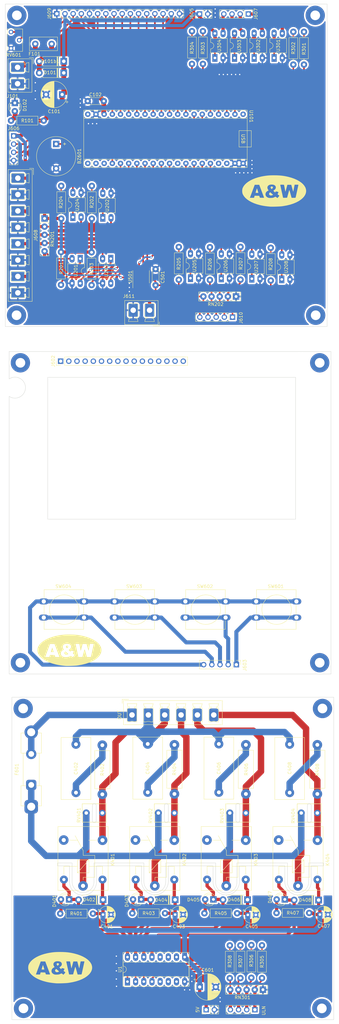
<source format=kicad_pcb>
(kicad_pcb (version 20211014) (generator pcbnew)
  (layers (0 "F.Cu" signal) (31 "B.Cu" signal) (34 "B.Paste" user) (35 "F.Paste" user) (36 "B.SilkS" user "B.Silkscreen") (37 "F.SilkS" user "F.Silkscreen") (38 "B.Mask" user) (39 "F.Mask" user) (44 "Edge.Cuts" user))
  (net 0 "")
  (net 1 "BUZZER")
  (net 2 "GND")
  (net 3 "+5V")
  (net 4 "DRUM_LEFT_LINE")
  (net 5 "Net-(C402-Pad1)")
  (net 6 "DRUM_RIGHT_LINE")
  (net 7 "Net-(C404-Pad1)")
  (net 8 "FAN_LINE")
  (net 9 "Net-(C406-Pad1)")
  (net 10 "Net-(C408-Pad1)")
  (net 11 "Net-(D101-Pad2)")
  (net 12 "Net-(D102-Pad2)")
  (net 13 "#DRUM_LEFT")
  (net 14 "Net-(D401-Pad2)")
  (net 15 "#DRUM_RIGHT")
  (net 16 "Net-(D403-Pad2)")
  (net 17 "#HEATER")
  (net 18 "Net-(D405-Pad2)")
  (net 19 "#FAN")
  (net 20 "Net-(D407-Pad2)")
  (net 21 "Net-(F101-Pad1)")
  (net 22 "LINE")
  (net 23 "Net-(F601-Pad2)")
  (net 24 "LCD_RS")
  (net 25 "LCD_EN")
  (net 26 "LCD_D0")
  (net 27 "LCD_D1")
  (net 28 "LCD_D2")
  (net 29 "LCD_D3")
  (net 30 "LCD_D4")
  (net 31 "LCD_D5")
  (net 32 "LCD_D6")
  (net 33 "LCD_D7")
  (net 34 "LOW_KEY_SW")
  (net 35 "MID_KEY_SW")
  (net 36 "HIGH_KEY_SW")
  (net 37 "FN_KEY_SW")
  (net 38 "TX")
  (net 39 "RX")
  (net 40 "DOOR_SW")
  (net 41 "LIMIT_SW")
  (net 42 "HEATER_SW")
  (net 43 "SEL_ROT_SW")
  (net 44 "/CONNECTORS/VO")
  (net 45 "TEMP+")
  (net 46 "Neutral")
  (net 51 "Net-(R201-Pad2)")
  (net 52 "Net-(R202-Pad2)")
  (net 53 "Net-(R203-Pad2)")
  (net 54 "Net-(R204-Pad2)")
  (net 55 "FN_KEY_SW_IN")
  (net 56 "Net-(R205-Pad2)")
  (net 57 "LOW_KEY_SW_IN")
  (net 58 "Net-(R206-Pad2)")
  (net 59 "HIGH_KEY_SW_IN")
  (net 60 "Net-(R207-Pad2)")
  (net 61 "MID_KEY_SW_IN")
  (net 62 "Net-(R208-Pad2)")
  (net 63 "DRUM_LEFT")
  (net 64 "Net-(R301-Pad2)")
  (net 65 "DRUM_RIGHT")
  (net 66 "Net-(R302-Pad2)")
  (net 67 "HEATER")
  (net 68 "Net-(R303-Pad2)")
  (net 69 "FAN")
  (net 70 "Net-(R304-Pad2)")
  (net 71 "/ULN2003/->LEFT")
  (net 72 "/ULN2003/->RIGHT")
  (net 73 "/ULN2003/->HEATER")
  (net 74 "/ULN2003/->FAN")
  (net 75 "DOOR_SW_IN")
  (net 76 "LIMIT_SW_IN")
  (net 77 "HEATER_SW_IN")
  (net 78 "SEL_ROT_SW_IN")
  (net 88 "CS1")
  (net 89 "SCK1")
  (net 90 "MISO1")
  (net 96 "DLEFT_ULNIN")
  (net 97 "DRIGHT_ULNIN")
  (net 98 "HEATER_ULNIN")
  (net 99 "FAN_ULNIN")
  (net 100 "HEATER_LINE")
  (footprint "User_Resostor_THT:R_Axial_DIN0207_L6.3mm_D2.5mm_P10.16mm_Horizontal" (layer "F.Cu") (at -21.6775 87.6125 90)
    (fp_text reference "R207")
    (fp_text value "470R")
  )
  (footprint "User_Connector_Phoenix_MC_HighVoltage:PhoenixContact_MCV_1,5_6-G-5.08_1x06_P5.08mm_Vertical" (layer "F.Cu") (at -55.3825 222.6)
    (fp_text reference "J613" hide)
    (fp_text value "B3_output")
  )
  (footprint "User_LED_THT:LED_D3.0mm" (layer "F.Cu") (at -91.7925 32.8225 -90)
    (fp_text reference "D102")
    (fp_text value "LED")
  )
  (footprint "User_Diode_THT:D_A-405_P7.62mm_Horizontal" (layer "F.Cu") (at -76.5825 19.8975 180)
    (fp_text reference "D101b1")
    (fp_text value "1N5819")
  )
  (footprint "User_Package_DIP:DIP-4_W7.62mm_LongPads" (layer "F.Cu") (at -29.6275 18.8625 90)
    (fp_text reference "U304")
    (fp_text value "PC817")
  )
  (footprint "User_Resostor_THT:R_Axial_DIN0207_L6.3mm_D2.5mm_P10.16mm_Horizontal" (layer "F.Cu") (at -36.7525 20.7175 90)
    (fp_text reference "R304")
    (fp_text value "470R")
  )
  (footprint "User_Diode_THT:D_A-405_P7.62mm_Horizontal" (layer "F.Cu") (at -76.5825 23.4975 180)
    (fp_text reference "D101")
    (fp_text value "1N5819")
  )
  (footprint "User_Resostor_THT:R_Axial_DIN0207_L6.3mm_D2.5mm_P10.16mm_Horizontal" (layer "F.Cu") (at -1.9525 20.9175 90)
    (fp_text reference "R301")
    (fp_text value "470R")
  )
  (footprint "Connector_PinHeader_2.54mm:PinHeader_1x02_P2.54mm_Vertical" (layer "F.Cu") (at -34.3925 5.2375 90)
    (fp_text reference "J605")
    (fp_text value "B2_B3_PW")
  )
  (footprint "User_Capacitor_THT:C_Rect_L19.0mm_W9.0mm_P15.00mm_MKS4" (layer "F.Cu") (at -72.8 246.7 90)
    (fp_text reference "C402")
    (fp_text value "0.1uF")
  )
  (footprint "User_Resostor_THT:R_Axial_DIN0207_L6.3mm_D2.5mm_P10.16mm_Horizontal" (layer "F.Cu") (at -21.7 304.2 90)
    (fp_text reference "R307")
    (fp_text value "1K")
  )
  (footprint "User_Resostor_THT:R_Axial_DIN0207_L6.3mm_D2.5mm_P10.16mm_Horizontal" (layer "F.Cu") (at -0.32 284 180)
    (fp_text reference "R407")
    (fp_text value "1K")
  )
  (footprint "Button_Switch_THT:SW_PUSH-12mm" (layer "F.Cu") (at -60.8 187.4)
    (fp_text reference "SW603")
    (fp_text value "SW_Push")
  )
  (footprint "MountingHole:MountingHole_3mm" (layer "F.Cu") (at -84.06 112.4)
    (fp_text reference "H601" hide)
    (fp_text value "MountingHole")
  )
  (footprint "Button_Switch_THT:SW_PUSH-12mm" (layer "F.Cu") (at -82.8 187.4)
    (fp_text reference "SW604")
    (fp_text value "SW_Push")
  )
  (footprint "User_Resostor_THT:R_Axial_DIN0207_L6.3mm_D2.5mm_P10.16mm_Horizontal" (layer "F.Cu") (at -33.3525 20.7175 90)
    (fp_text reference "R303")
    (fp_text value "470R")
  )
  (footprint "Connector_PinHeader_2.54mm:PinHeader_1x16_P2.54mm_Vertical" (layer "F.Cu") (at -78.7525 5.1375 90)
    (fp_text reference "J609")
    (fp_text value "B2_B1_LCD")
  )
  (footprint "User_Resostor_THT:R_Array_SIP5" (layer "F.Cu") (at -23.0525 92.8375 180)
    (fp_text reference "RN202")
    (fp_text value "10K")
  )
  (footprint "User_Capacitor_THT:C_Disc_D4.3mm_W1.9mm_P5.00mm" (layer "F.Cu") (at -64.1525 32.2375 180)
    (fp_text reference "C102")
    (fp_text value "100nF")
  )
  (footprint "User_Diode_THT:D_A-405_P7.62mm_Horizontal" (layer "F.Cu") (at 2.61 280 180)
    (fp_text reference "D408")
    (fp_text value "1N4148")
  )
  (footprint "User_Resostor_THT:R_Axial_DIN0207_L6.3mm_D2.5mm_P10.16mm_Horizontal" (layer "F.Cu") (at -15 304.2 90)
    (fp_text reference "R305")
    (fp_text value "1K")
  )
  (footprint "User_Resostor_THT:R_Axial_DIN0207_L6.3mm_D2.5mm_P10.16mm_Horizontal" (layer "F.Cu") (at -5.2525 20.9175 90)
    (fp_text reference "R302")
    (fp_text value "470R")
  )
  (footprint "MountingHole:MountingHole_3mm_Pad" (layer "F.Cu") (at -91.2525 98.65)
    (fp_text reference "H607" hide)
    (fp_text value "MountingHole")
  )
  (footprint "User_Package_DIP:DIP-4_W7.62mm_LongPads" (layer "F.Cu") (at -18.1525 87.3375 90)
    (fp_text reference "U207")
    (fp_text value "PC817")
  )
  (footprint "User_Package_DIP:DIP-16_W7.62mm_Socket_LongPads" (layer "F.Cu") (at -56.8 305.3 90)
    (fp_text reference "U1")
    (fp_text value "ULN2003A")
  )
  (footprint "MountingHole:MountingHole_3mm" (layer "F.Cu") (at -3.06 167.3)
    (fp_text reference "H601" hide)
    (fp_text value "MountingHole")
  )
  (footprint "LOGO" (layer "F.Cu") (at -0.26 65.3)
    (fp_text reference "G***" hide)
    (fp_text value "LOGO" hide)
  )
  (footprint "MountingHole:MountingHole_3mm_Pad" (layer "F.Cu") (at 3.8 220.6)
    (fp_text reference "H610" hide)
    (fp_text value "MountingHole")
  )
  (footprint "User_LED_THT:LED_D3.0mm" (layer "F.Cu") (at -52.525 279.8 180)
    (fp_text reference "D403")
    (fp_text value "LED")
  )
  (footprint "User_Resostor_THT:R_Axial_DIN0207_L6.3mm_D2.5mm_P10.16mm_Horizontal" (layer "F.Cu") (at -25 304.22 90)
    (fp_text reference "R308")
    (fp_text value "1K")
  )
  (footprint "User_Connector_Phoenix_MC_HighVoltage:PhoenixContact_MCV_1,5_2-G-5.08_1x02_P5.08mm_Vertical" (layer "F.Cu") (at -49.93 97.095 180)
    (fp_text reference "J611")
    (fp_text value "B2_TEMP")
  )
  (footprint "User_Fuse:Fuse_Littelfuse_395Series" (layer "F.Cu") (at -85.4325 14.4975)
    (fp_text reference "F101")
    (fp_text value "1A")
  )
  (footprint "User_Resostor_THT:R_Axial_DIN0207_L6.3mm_D2.5mm_P10.16mm_Horizontal" (layer "F.Cu") (at -12.2775 87.8925 90)
    (fp_text reference "R208")
    (fp_text value "470R")
  )
  (footprint "User_Relay_THT:Relay_SPDT_SANYOU_SRD_Series_Form_C" (layer "F.Cu") (at -48.3 275.6 90)
    (fp_text reference "K402")
    (fp_text value "DC_5V")
  )
  (footprint "User_Capacitor_THT:CP_Radial_D8.0mm_P5.00mm" (layer "F.Cu") (at -77.0925 30.1975 180)
    (fp_text reference "C101")
    (fp_text value "220uF16v")
  )
  (footprint "User_Connector_Phoenix_MC_HighVoltage:PhoenixContact_MCV_1,5_2-G-5.08_1x02_P5.08mm_Vertical" (layer "F.Cu") (at -90.935 21.775 -90)
    (fp_text reference "J101")
    (fp_text value "DC_Con")
  )
  (footprint "User_Resostor_THT:R_Axial_DIN0207_L6.3mm_D2.5mm_P10.16mm_Horizontal" (layer "F.Cu") (at -67.9525 79.1375 -90)
    (fp_text reference "R203")
    (fp_text value "470R")
  )
  (footprint "User_Resostor_THT:R_Axial_DIN0207_L6.3mm_D2.5mm_P10.16mm_Horizontal" (layer "F.Cu") (at -92.9725 38.2975)
    (fp_text reference "R101")
    (fp_text value "1k")
  )
  (footprint "Capacitor_THT:CP_Radial_D5.0mm_P2.50mm" (layer "F.Cu") (at -19.405112 284.6)
    (fp_text reference "C405")
    (fp_text value "22uF")
  )
  (footprint "User_Package_DIP:DIP-4_W7.62mm_LongPads" (layer "F.Cu") (at -23.5275 18.8625 90)
    (fp_text reference "U303")
    (fp_text value "PC817")
  )
  (footprint "User_Diode_THT:D_A-405_P7.62mm_Horizontal" (layer "F.Cu") (at -64.39 279.9 180)
    (fp_text reference "D402")
    (fp_text value "1N4148")
  )
  (footprint "STMBoards:BluePill" (layer "F.Cu") (at -43.7175 43.9375 -90)
    (fp_text reference "U101")
    (fp_text value "BluePill")
  )
  (footprint "LOGO" (layer "F.Cu") (at -63.86 207.7)
    (fp_text reference "G***" hide)
    (fp_text value "LOGO" hide)
  )
  (footprint "MountingHole:MountingHole_3mm_Pad" (layer "F.Cu") (at 1.5475 5.65)
    (fp_text reference "H606" hide)
    (fp_text value "MountingHole")
  )
  (footprint "User_Package_DIP:DIP-4_W7.62mm_LongPads" (layer "F.Cu") (at -61.9775 81.1125 -90)
    (fp_text reference "U203")
    (fp_text value "PC817")
  )
  (footprint "User_Resostor_THT:R_Axial_DIN0207_L6.3mm_D2.5mm_P10.16mm_Horizontal" (layer "F.Cu") (at -67.52 284.2 180)
    (fp_text reference "R401")
    (fp_text value "1K")
  )
  (footprint "User_Resostor_THT:R_Axial_DIN0414_L11.9mm_D4.5mm_P15.24mm_Horizontal" (layer "F.Cu") (at -20 247.1 90)
    (fp_text reference "R406")
    (fp_text value "100R")
  )
  (footprint "MountingHole:MountingHole_3mm_Pad" (layer "F.Cu") (at -90.06 113.4)
    (fp_text reference "H601" hide)
    (fp_text value "MountingHole")
  )
  (footprint "User_Varistor:RV_Disc_D7mm_W5.7mm_P5mm" (layer "F.Cu") (at -69.6 251.5)
    (fp_text reference "RV401")
    (fp_text value "10D431K")
  )
  (footprint "User_Package_DIP:DIP-4_W7.62mm_LongPads" (layer "F.Cu") (at -17.4275 18.8625 90)
    (fp_text reference "U302")
    (fp_text value "PC817")
  )
  (footprint "User_Package_DIP:DIP-4_W7.62mm_LongPads" (layer "F.Cu") (at -73.7525 68.2375 90)
    (fp_text reference "U204")
    (fp_text value "PC817")
  )
  (footprint "MountingHole:MountingHole_3mm_Pad" (layer "F.Cu") (at -89.2 220.6)
    (fp_text reference "H609" hide)
    (fp_text value "MountingHole")
  )
  (footprint "User_Connector_Phoenix_MC_HighVoltage:PhoenixContact_MCV_1,5_8-G-5.08_1x08_P5.08mm_Vertical" (layer "F.Cu") (at -90.8525 56.1375 -90)
    (fp_text reference "J608")
    (fp_text value "B2_INPUT")
  )
  (footprint "User_Resostor_THT:R_Axial_DIN0207_L6.3mm_D2.5mm_P10.16mm_Horizontal" (layer "F.Cu") (at -22.72 284.1 180)
    (fp_text reference "R405")
    (fp_text value "1K")
  )
  (footprint "User_LED_THT:LED_D3.0mm" (layer "F.Cu") (at -74.925 279.8 180)
    (fp_text reference "D401")
    (fp_text value "LED")
  )
  (footprint "User_Package_DIP:DIP-4_W7.62mm_LongPads" (layer "F.Cu") (at -37.2275 87.1625 90)
    (fp_text reference "U205")
    (fp_text value "PC817")
  )
  (footprint "User_Varistor:RV_Disc_D7mm_W5.7mm_P5mm" (layer "F.Cu") (at -47.2 251.5)
    (fp_text reference "RV402")
    (fp_text value "10D431K")
  )
  (footprint "Connector_PinHeader_2.54mm:PinHeader_1x04_P2.54mm_Vertical" (layer "F.Cu") (at -92.1525 43.0375)
    (fp_text reference "J606")
    (fp_text value "B2_UART")
  )
  (footprint "User_Relay_THT:Relay_SPDT_SANYOU_SRD_Series_Form_C" (layer "F.Cu") (at -26.1 275.6 90)
    (fp_text reference "K403")
    (fp_text value "DC_5V")
  )
  (footprint "Connector_PinHeader_2.54mm:PinHeader_1x04_P2.54mm_Vertical" (layer "F.Cu") (at -17.2 314 -90)
    (fp_text reference "J614" hide)
    (fp_text value "B3_B2_ULN")
  )
  (footprint "User_Package_DIP:DIP-4_W7.62mm_LongPads" (layer "F.Cu") (at -64.4525 68.4375 90)
    (fp_text reference "U202")
    (fp_text value "PC817")
  )
  (footprint "MountingHole:MountingHole_3mm_Pad" (layer "F.Cu") (at 1.69 98.65)
    (fp_text reference "H608" hide)
    (fp_text value "MountingHole")
  )
  (footprint "User_Resostor_THT:R_Axial_DIN0414_L11.9mm_D4.5mm_P15.24mm_Horizontal" (layer "F.Cu") (at -42.2 247.1 90)
    (fp_text reference "R404")
    (fp_text value "100R")
  )
  (footprint "Button_Switch_THT:SW_PUSH-12mm" (layer "F.Cu") (at -38.8 187.4)
    (fp_text reference "SW602")
    (fp_text value "SW_Push")
  )
  (footprint "User_Relay_THT:Relay_SPDT_SANYOU_SRD_Series_Form_C" (layer "F.Cu") (at -70.6 275.6 90)
    (fp_text reference "K401")
    (fp_text value "DC_5V")
  )
  (footprint "Button_Switch_THT:SW_PUSH-12mm" (layer "F.Cu") (at -16.8 187.4)
    (fp_text reference "SW601")
    (fp_text value "SW_Push")
  )
  (footprint "Capacitor_THT:CP_Radial_D5.0mm_P2.50mm" (layer "F.Cu") (at 2.994888 284.5)
    (fp_text reference "C407")
    (fp_text value "22uF")
  )
  (footprint "User_Resostor_THT:R_Axial_DIN0207_L6.3mm_D2.5mm_P10.16mm_Horizontal" (layer "F.Cu") (at -18.3 304.1 90)
    (fp_text reference "R306")
    (fp_text value "1K")
  )
  (footprint "Package_SO:SOIC-8_3.9x4.9mm_P1.27mm" (layer "F.Cu") (at -52.5525 86.7375 90)
    (fp_text reference "U501")
    (fp_text value "MAX6675")
  )
  (footprint "User_Capacitor_THT:C_Disc_D4.3mm_W1.9mm_P5.00mm" (layer "F.Cu") (at -48.0525 84.3375 -90)
    (fp_text reference "C501")
    (fp_text value "100n")
  )
  (footprint "User_Capacitor_THT:C_Rect_L19.0mm_W9.0mm_P15.00mm_MKS4" (layer "F.Cu") (at -6.4 246.7 90)
    (fp_text reference "C408")
    (fp_text value "0.1uF")
  )
  (footprint "LOGO" (layer "F.Cu") (at -66.75 306.15)
    (fp_text reference "G***" hide)
    (fp_text value "LOGO" hide)
  )
  (footprint "Capacitor_THT:CP_Radial_D5.0mm_P2.50mm" (layer "F.Cu") (at -42.005112 284.5)
    (fp_text reference "C403")
    (fp_text value "22uF")
  )
  (footprint "User_Resostor_THT:R_Axial_DIN0207_L6.3mm_D2.5mm_P10.16mm_Horizontal" (layer "F.Cu") (at -77.3775 68.6925 90)
    (fp_text reference "R204")
    (fp_text value "470R")
  )
  (footprint "User_Resostor_THT:R_Axial_DIN0207_L6.3mm_D2.5mm_P10.16mm_Horizontal" (layer "F.Cu") (at -45.12 284.1 180)
    (fp_text reference "R403")
    (fp_text value "1K")
  )
  (footprint "MountingHole:MountingHole_3mm_Pad" (layer "F.Cu") (at 2.94 206.4)
    (fp_text reference "H604" hide)
    (fp_text value "MountingHole")
  )
  (footprint "User_Resostor_THT:R_Axial_DIN0414_L11.9mm_D4.5mm_P15.24mm_Horizontal" (layer "F.Cu") (at -64.6 247.22 90)
    (fp_text reference "R402")
    (fp_text value "100R")
  )
  (footprint "User_Package_DIP:DIP-4_W7.62mm_LongPads" (layer "F.Cu") (at -11.2275 18.8625 90)
    (fp_text reference "U301")
    (fp_text value "PC817")
  )
  (footprint "User_Fuse:Fuseholder_Clip-5x20mm_Keystone_3518P_Inline_P23.11x6.76mm_D2.44x1.70mm_Horizontal" (layer "F.Cu") (at -86.7 251.055 90)
    (fp_text reference "F601")
    (fp_text value "5A")
  )
  (footprint "User_Resostor_THT:R_Array_SIP5" (layer "F.Cu") (at -14.7 307.8 180)
    (fp_text reference "RN301")
    (fp_text value "10K")
  )
  (footprint "Capacitor_THT:CP_Radial_D5.0mm_P2.50mm" (layer "F.Cu") (at -64.405112 284.5)
    (fp_text reference "C401")
    (fp_text value "22uF")
  )
  (footprint "MountingHole:MountingHole_3mm" (layer "F.Cu") (at -3.06 112.4)
    (fp_text reference "H601" hide)
    (fp_text value "MountingHole")
  )
  (footprint "User_Resostor_THT:R_Axial_DIN0207_L6.3mm_D2.5mm_P10.16mm_Horizontal" (layer "F.Cu") (at -40.8525 87.6375 90)
    (fp_text reference "R205")
    (fp_text value "470R")
  )
  (footprint "MountingHole:MountingHole_3mm_Pad" (layer "F.Cu") (at -90.06 206.4)
    (fp_text reference "H603" hide)
    (fp_text value "MountingHole")
  )
  (footprint "User_Package_DIP:DIP-4_W7.62mm_LongPads" (layer "F.Cu") (at -71.4775 81.1125 -90)
    (fp_text reference "U201")
    (fp_text value "PC817")
  )
  (footprint "Connector_PinHeader_2.54mm:PinHeader_1x02_P2.54mm_Vertical" (layer "F.Cu") (at -32.34 314 90)
    (fp_text reference "J612" hide)
    (fp_text value "B3_B2_PW")
  )
  (footprint "User_Relay_THT:Relay_SPDT_SANYOU_SRD_Series_Form_C" (layer "F.Cu") (at -3.8 275.6 90)
    (fp_text reference "K404")
    (fp_text value "DC_5V")
  )
  (footprint "Potentiometer_THT:Potentiometer_Bourns_3266W_Vertical" (layer "F.Cu") (at -92.9775 10.8125 90)
    (fp_text reference "RV601")
    (fp_text value "10K")
  )
  (footprint "MountingHole:MountingHole_3mm_Pad" (layer "F.Cu") (at 3.6 313.6)
    (fp_text reference "H612" hide)
    (fp_text value "MountingHole")
  )
  (footprint "User_Varistor:RV_Disc_D7mm_W5.7mm_P5mm" (layer "F.Cu") (at -2.8 251.5)
    (fp_text reference "RV404")
    (fp_text value "10D431K")
  )
  (footprint "User_Resostor_THT:R_Axial_DIN0414_L11.9mm_D4.5mm_P15.24mm_Horizontal" (layer "F.Cu") (at 2.2 247.1 90)
    (fp_text reference "R408")
    (fp_text value "100R")
  )
  (footprint "User_LED_THT:LED_D3.0mm" (layer "F.Cu") (at -7.9 279.8 180)
    (fp_text reference "D407")
    (fp_text value "LED")
  )
  (footprint "User_Resostor_THT:R_Axial_DIN0207_L6.3mm_D2.5mm_P10.16mm_Horizontal" (layer "F.Cu") (at -31.1775 87.7125 90)
    (fp_text reference "R206")
    (fp_text value "470R")
  )
  (footprint "User_Diode_THT:D_A-405_P7.62mm_Horizontal" (layer "F.Cu") (at -41.99 279.9 180)
    (fp_text reference "D404")
    (fp_text value "1N4148")
  )
  (footprint "MountingHole:MountingHole_3mm_Pad" (layer "F.Cu") (at -89.1 313.6)
    (fp_text reference "H611" hide)
    (fp_text value "MountingHole")
  )
  (footprint "User_Resostor_THT:R_Array_SIP5" (layer "F.Cu") (at -82.5525 68.6375 -90)
    (fp_text reference "RN201")
    (fp_text value "10K")
  )
  (footprint "User_Package_DIP:DIP-4_W7.62mm_LongPads" (layer "F.Cu") (at -8.8525 87.5375 90)
    (fp_text reference "U208")
    (fp_text value "PC817")
  )
  (footprint "MountingHole:MountingHole_3mm" (layer "F.Cu") (at -84.06 167.4)
    (fp_text reference "H601" hide)
    (fp_text value "MountingHole")
  )
  (footprint "User_Capacitor_THT:C_Rect_L19.0mm_W9.0mm_P15.00mm_MKS4" (layer "F.Cu") (at -28.4 246.6 90)
    (fp_text reference "C406")
    (fp_text value "0.1uF")
  )
  (footprint "Connector_PinHeader_2.54mm:PinHeader_1x16_P2.54mm_Vertical" (layer "F.Cu") (at -77.56 112.9 90)
    (fp_text reference "J602")
    (fp_text value "B1_B2_LCD")
  )
  (footprint "User_Varistor:RV_Disc_D7mm_W5.7mm_P5mm" (layer "F.Cu") (at -25 251.5)
    (fp_text reference "RV403")
    (fp_text value "10D431K")
  )
  (footprint "User_Resostor_THT:R_Axial_DIN0207_L6.3mm_D2.5mm_P10.16mm_Horizontal" (layer "F.Cu") (at -67.8775 68.7125 90)
    (fp_text reference "R202")
    (fp_text value "470R")
  )
  (footprint "User_Buzzer_Beeper:Buzzer_12x9.5RM7.6" (layer "F.Cu") (at -78.9525 45.5375 -90)
    (fp_text reference "BZ601")
    (fp_text value "Buzzer")
  )
  (footprint "MountingHole:MountingHole_3mm_Pad" (layer "F.Cu") (at -91.16 5.65)
    (fp_text reference "H605" hide)
    (fp_text value "MountingHole")
  )
  (footprint "User_LED_THT:LED_D3.0mm" (layer "F.Cu") (at -30.1 279.8 180)
    (fp_text reference "D405")
    (fp_text value "LED")
  )
  (footprint "MountingHole:MountingHole_3mm_Pad" (layer "F.Cu") (at 2.94 113.4)
    (fp_text reference "H602" hide)
    (fp_text value "MountingHole")
  )
  (footprint "Connector_PinHeader_2.54mm:PinHeader_1x04_P2.54mm_Vertical" (layer "F.Cu") (at -19.2325 5.2375 -90)
    (fp_text reference "J607")
    (fp_text value "B2_B3_ULN")
  )
  (footprint "User_Package_DIP:DIP-4_W7.62mm_LongPads" (layer "F.Cu") (at -27.6525 87.2375 90)
    (fp_text reference "U206")
    (fp_text value "PC817")
  )
  (footprint "User_Resostor_THT:R_Axial_DIN0207_L6.3mm_D2.5mm_P10.16mm_Horizontal" (layer "F.Cu") (at -77.4525 79.0575 -90)
    (fp_text reference "R201")
    (fp_text value "470R")
  )
  (footprint "User_Capacitor_THT:CP_Radial_D8.0mm_P5.00mm" (layer "F.Cu") (at -34.352651 306.95)
    (fp_text reference "C601")
    (fp_text value "220uF16V")
  )
  (footprint "User_Diode_THT:D_A-405_P7.62mm_Horizontal" (layer "F.Cu") (at -19.49 279.9 180)
    (fp_text reference "D406")
    (fp_text value "1N4148")
  )
  (footprint "User_Capacitor_THT:C_Rect_L19.0mm_W9.0mm_P15.00mm_MKS4" (layer "F.Cu") (at -50.5 246.6 90)
    (fp_text reference "C404")
    (fp_text value "0.1uF")
  )
  (footprint "Connector_PinHeader_2.54mm:PinHeader_1x05_P2.54mm_Vertical" (layer "F.Cu") (at -22.96 207 -90)
    (fp_text reference "J603")
    (fp_text value "B1_B2_KEYPAD")
  )
  (footprint "Connector_PinHeader_2.54mm:PinHeader_1x05_P2.54mm_Vertical" (layer "F.Cu") (at -24.1525 99.2375 -90)
    (fp_text reference "J610")
    (fp_text value "B2_B1_KEYPAD")
  )
  (gr_line (start -22 269.4) (end -22 274.3) (layer "Edge.Cuts") (width 0.1))
  (gr_arc (start -45.3 250.7) (mid -44.7 250.1) (end -44.1 250.7) (layer "Edge.Cuts") (width 0.1))
  (gr_line (start -93.56 118.4) (end -93.56 109.9) (layer "Edge.Cuts") (width 0.1))
  (gr_line (start -51.7 274.3) (end -51.7 268.5) (layer "Edge.Cuts") (width 0.1))
  (gr_line (start 0.3 255.4) (end 0.3 250.7) (layer "Edge.Cuts") (width 0.1))
  (gr_line (start -22.8 268.5) (end -7.1 268.5) (layer "Edge.Cuts") (width 0.1))
  (gr_line (start 0.3 269.4) (end 0.3 274.3) (layer "Edge.Cuts") (width 0.1))
  (gr_arc (start -22 274.3) (mid -26.1 278.4) (end -30.2 274.3) (layer "Edge.Cuts") (width 0.1))
  (gr_line (start -7.1 268.5) (end -7.1 274.3) (layer "Edge.Cuts") (width 0.1))
  (gr_line (start -52.4 269.4) (end -66.4 269.4) (layer "Edge.Cuts") (width 0.1))
  (gr_line (start 6.44 109.9) (end 6.44 209.9) (layer "Edge.Cuts") (width 0.1))
  (gr_arc (start -66.4 274.3) (mid -70.6 278.5) (end -74.8 274.3) (layer "Edge.Cuts") (width 0.1))
  (gr_line (start -74.8 269.4) (end -78.5 269.4) (layer "Edge.Cuts") (width 0.1))
  (gr_line (start -29.4 268.5) (end -44.9 268.5) (layer "Edge.Cuts") (width 0.1))
  (gr_line (start 4.1 269.4) (end 0.3 269.4) (layer "Edge.Cuts") (width 0.1))
  (gr_line (start -52.5 268.5) (end -51.7 268.5) (layer "Edge.Cuts") (width 0.1))
  (gr_line (start -52.4 274.3) (end -52.4 269.4) (layer "Edge.Cuts") (width 0.1))
  (gr_rect (start -81.56 117.9) (end -4.56 161.9) (layer "Edge.Cuts") (width 0.1) (fill none))
  (gr_arc (start -44.1 255.4) (mid -44.7 256) (end -45.3 255.4) (layer "Edge.Cuts") (width 0.1))
  (gr_line (start -93.56 209.9) (end -93.56 123.8) (layer "Edge.Cuts") (width 0.1))
  (gr_line (start -22.8 274.3) (end -22.8 268.5) (layer "Edge.Cuts") (width 0.1))
  (gr_line (start -39.7 269.4) (end -30.2 269.4) (layer "Edge.Cuts") (width 0.1))
  (gr_line (start -74 268.5) (end -74 274.3) (layer "Edge.Cuts") (width 0.1))
  (gr_rect (start -94.76 2.15) (end 5.24 102.15) (layer "Edge.Cuts") (width 0.1) (fill none))
  (gr_line (start -21.9 255.3) (end -21.9 250.6) (layer "Edge.Cuts") (width 0.1))
  (gr_line (start -44.1 255.4) (end -44.1 250.7) (layer "Edge.Cuts") (width 0.1))
  (gr_line (start -74.8 274.3) (end -74.8 269.4) (layer "Edge.Cuts") (width 0.1))
  (gr_arc (start -0.9 250.7) (mid -0.3 250.1) (end 0.3 250.7) (layer "Edge.Cuts") (width 0.1))
  (gr_arc (start -66.5 255.4) (mid -67.1 256) (end -67.7 255.4) (layer "Edge.Cuts") (width 0.1))
  (gr_line (start -44.09881 274.3) (end -44.09881 269.4) (layer "Edge.Cuts") (width 0.1))
  (gr_line (start -44.9 268.5) (end -44.9 274.3) (layer "Edge.Cuts") (width 0.1))
  (gr_line (start -7.9 269.4) (end -22 269.4) (layer "Edge.Cuts") (width 0.1))
  (gr_arc (start 0.3 274.3) (mid -3.8 278.4) (end -7.9 274.3) (layer "Edge.Cuts") (width 0.1))
  (gr_arc (start -67.2 274.3) (mid -70.6 277.7) (end -74 274.3) (layer "Edge.Cuts") (width 0.1))
  (gr_line (start -30.2 269.4) (end -30.2 274.3) (layer "Edge.Cuts") (width 0.1))
  (gr_line (start -0.9 250.7) (end -0.9 255.4) (layer "Edge.Cuts") (width 0.1))
  (gr_arc (start -67.7 250.7) (mid -67.1 250.1) (end -66.5 250.7) (layer "Edge.Cuts") (width 0.1))
  (gr_arc (start -0.5 274.3) (mid -3.8 277.695965) (end -7.1 274.3) (layer "Edge.Cuts") (width 0.1))
  (gr_arc (start -44.9 274.3) (mid -48.3 277.7) (end -51.7 274.3) (layer "Edge.Cuts") (width 0.1))
  (gr_line (start -23.1 250.6) (end -23.1 255.3) (layer "Edge.Cuts") (width 0.1))
  (gr_arc (start -21.9 255.3) (mid -22.5 255.9) (end -23.1 255.3) (layer "Edge.Cuts") (width 0.1))
  (gr_line (start -93.56 109.9) (end 6.44 109.9) (layer "Edge.Cuts") (width 0.1))
  (gr_rect (start -92.7 217.1) (end 7.3 317.1) (layer "Edge.Cuts") (width 0.1) (fill none))
  (gr_line (start -78.5 268.5) (end -74 268.5) (layer "Edge.Cuts") (width 0.1))
  (gr_line (start 4.1 268.5) (end 4.1 269.4) (layer "Edge.Cuts") (width 0.1))
  (gr_line (start -29.4 274.3) (end -29.4 268.5) (layer "Edge.Cuts") (width 0.1))
  (gr_arc (start -23.1 250.6) (mid -22.5 250) (end -21.9 250.6) (layer "Edge.Cuts") (width 0.1))
  (gr_line (start -78.5 269.4) (end -78.5 268.5) (layer "Edge.Cuts") (width 0.1))
  (gr_arc (start -44.09881 274.3) (mid -48.249405 278.360333) (end -52.4 274.3) (layer "Edge.Cuts") (width 0.1))
  (gr_line (start -45.3 250.7) (end -45.3 255.4) (layer "Edge.Cuts") (width 0.1))
  (gr_line (start -66.4 269.4) (end -66.4 274.3) (layer "Edge.Cuts") (width 0.1))
  (gr_line (start -67.2 268.5) (end -52.5 268.5) (layer "Edge.Cuts") (width 0.1))
  (gr_arc (start -22.8 274.3) (mid -26.1 277.813452) (end -29.4 274.3) (layer "Edge.Cuts") (width 0.1))
  (gr_line (start -67.2 274.3) (end -67.2 268.5) (layer "Edge.Cuts") (width 0.1))
  (gr_line (start -67.7 250.7) (end -67.7 255.4) (layer "Edge.Cuts") (width 0.1))
  (gr_line (start -7.9 274.3) (end -7.9 269.4) (layer "Edge.Cuts") (width 0.1))
  (gr_line (start -0.5 268.5) (end 4.1 268.5) (layer "Edge.Cuts") (width 0.1))
  (gr_line (start 6.44 209.9) (end -93.56 209.9) (layer "Edge.Cuts") (width 0.1))
  (gr_line (start -44.09881 269.4) (end -39.7 269.4) (layer "Edge.Cuts") (width 0.1))
  (gr_arc (start -93.56 118.4) (mid -88.487934 121.1) (end -93.56 123.8) (layer "Edge.Cuts") (width 0.1))
  (gr_line (start -0.5 274.3) (end -0.5 268.5) (layer "Edge.Cuts") (width 0.1))
  (gr_line (start -66.5 255.4) (end -66.5 250.7) (layer "Edge.Cuts") (width 0.1))
  (gr_arc (start 0.3 255.4) (mid -0.3 256) (end -0.9 255.4) (layer "Edge.Cuts") (width 0.1))
  (gr_text "OUT" (at -59.25 222.6 90) (layer "F.SilkS") (effects (font (size 1 1))))
  (gr_text "ULN" (at -14.45 314.3 90) (layer "F.SilkS") (effects (font (size 1 1))))
  (gr_text "5V" (at -35 314 90) (layer "F.SilkS") (effects (font (size 1 1))))
  (segment (start -61.4975 51.5575) (end -61.4975 47.7925) (width 0.5) (layer "F.Cu") (net 1))
  (segment (start -61.4975 47.7925) (end -63.7525 45.5375) (width 0.5) (layer "F.Cu") (net 1))
  (segment (start -63.7525 45.5375) (end -78.9525 45.5375) (width 0.5) (layer "F.Cu") (net 1))
  (via (at -56.21 90.04) (size 0.8) (drill 0.4) (layers "F.Cu" "B.Cu") (net 2))
  (via (at -28 310.3) (size 0.8) (drill 0.4) (layers "F.Cu" "B.Cu") (net 2))
  (via (at -67.64 39.24) (size 0.8) (drill 0.4) (layers "F.Cu" "B.Cu") (net 2))
  (via (at -25.73 24) (size 0.8) (drill 0.4) (layers "F.Cu" "B.Cu") (net 2))
  (via (at -28 311.5) (size 0.8) (drill 0.4) (layers "F.Cu" "B.Cu") (net 2))
  (via (at -23.19 54.48) (size 0.8) (drill 0.4) (layers "F.Cu" "B.Cu") (net 2))
  (via (at -71.45 31.62) (size 0.8) (drill 0.4) (layers "F.Cu" "B.Cu") (net 2))
  (via (at -85.42 31.62) (size 0.8) (drill 0.4) (layers "F.Cu" "B.Cu") (net 2))
  (via (at -19.38 54.48) (size 0.8) (drill 0.4) (layers "F.Cu" "B.Cu") (net 2))
  (via (at -60.25 301.95) (size 0.8) (drill 0.4) (layers "F.Cu" "B.Cu") (net 2))
  (via (at -21.92 54.48) (size 0.8) (drill 0.4) (layers "F.Cu" "B.Cu") (net 2))
  (via (at -18.11 53.21) (size 0.8) (drill 0.4) (layers "F.Cu" "B.Cu") (net 2))
  (via (at -36.8 305.25) (size 0.8) (drill 0.4) (layers "F.Cu" "B.Cu") (net 2))
  (via (at -56.21 88.77) (size 0.8) (drill 0.4) (layers "F.Cu" "B.Cu") (net 2))
  (via (at -29.54 6.22) (size 0.8) (drill 0.4) (layers "F.Cu" "B.Cu") (net 2))
  (via (at -56.21 91.31) (size 0.8) (drill 0.4) (layers "F.Cu" "B.Cu") (net 2))
  (via (at -18.11 54.48) (size 0.8) (drill 0.4) (layers "F.Cu" "B.Cu") (net 2))
  (via (at -27 24) (size 0.8) (drill 0.4) (layers "F.Cu" "B.Cu") (net 2))
  (via (at -20.65 54.48) (size 0.8) (drill 0.4) (layers "F.Cu" "B.Cu") (net 2))
  (via (at -66.37 39.24) (size 0.8) (drill 0.4) (layers "F.Cu" "B.Cu") (net 2))
  (via (at -85.42 26.54) (size 0.8) (drill 0.4) (layers "F.Cu" "B.Cu") (net 2))
  (via (at -60.25 299.7) (size 0.8) (drill 0.4) (layers "F.Cu" "B.Cu") (net 2))
  (via (at -29.54 4.95) (size 0.8) (drill 0.4) (layers "F.Cu" "B.Cu") (net 2))
  (via (at -18.11 50.67) (size 0.8) (drill 0.4) (layers "F.Cu" "B.Cu") (net 2))
  (via (at -37.45 307.85) (size 0.8) (drill 0.4) (layers "F.Cu" "B.Cu") (net 2))
  (via (at -29.54 3.68) (size 0.8) (drill 0.4) (layers "F.Cu" "B.Cu") (net 2))
  (via (at -24.46 24) (size 0.8) (drill 0.4) (layers "F.Cu" "B.Cu") (net 2))
  (via (at -71.45 32.89) (size 0.8) (drill 0.4) (layers "F.Cu" "B.Cu") (net 2))
  (via (at -68.91 39.24) (size 0.8) (drill 0.4) (layers "F.Cu" "B.Cu") (net 2))
  (via (at -39.05 307.85) (size 0.8) (drill 0.4) (layers "F.Cu" "B.Cu") (net 2))
  (via (at -23.19 24) (size 0.8) (drill 0.4) (layers "F.Cu" "B.Cu") (net 2))
  (via (at -28.27 24) (size 0.8) (drill 0.4) (layers "F.Cu" "B.Cu") (net 2))
  (via (at -60.25 304.5) (size 0.8) (drill 0.4) (layers "F.Cu" "B.Cu") (net 2))
  (via (at -60.25 297.4) (size 0.8) (drill 0.4) (layers "F.Cu" "B.Cu") (net 2))
  (via (at -36.8 303.55) (size 0.8) (drill 0.4) (layers "F.Cu" "B.Cu") (net 2))
  (via (at -85.42 29.08) (size 0.8) (drill 0.4) (layers "F.Cu" "B.Cu") (net 2))
  (via (at -18.11 51.94) (size 0.8) (drill 0.4) (layers "F.Cu" "B.Cu") (net 2))
  (via (at -60.2 306.75) (size 0.8) (drill 0.4) (layers "F.Cu" "B.Cu") (net 2))
  (via (at -21.92 24) (size 0.8) (drill 0.4) (layers "F.Cu" "B.Cu") (net 2))
  (via (at -71.45 34.16) (size 0.8) (drill 0.4) (layers "F.Cu" "B.Cu") (net 2))
  (segment (start -34.3925 6.1975) (end -34.3925 5.2375) (width 1) (layer "F.Cu") (net 3))
  (segment (start -82.5525 56.7375) (end -84.4525 54.8375) (width 1) (layer "F.Cu") (net 3))
  (segment (start -50.6475 91.0425) (end -50.0525 91.6375) (width 0.5) (layer "F.Cu") (net 3))
  (segment (start -22.7525 13.6375) (end -23.5275 12.8625) (width 1) (layer "F.Cu") (net 3))
  (segment (start -77.4525 79.0575) (end -68.0325 79.0575) (width 1) (layer "F.Cu") (net 3))
  (segment (start -82.5525 68.6375) (end -82.5525 56.7375) (width 1) (layer "F.Cu") (net 3))
  (segment (start -19.905112 284.1) (end -19.405112 284.6) (width 1) (layer "F.Cu") (net 3))
  (segment (start -64.55 279.64) (end -64.39 279.8) (width 1) (layer "F.Cu") (net 3))
  (segment (start -43.5525 96.3375) (end -35.3525 96.3375) (width 0.5) (layer "F.Cu") (net 3))
  (segment (start -58.8525 86.9375) (end -49.3525 86.9375) (width 0.5) (layer "F.Cu") (net 3))
  (segment (start -85.2125 38.2975) (end -82.8125 38.2975) (width 1.25) (layer "F.Cu") (net 3))
  (segment (start 2.61 276.51) (end 2.61 279.6) (width 1) (layer "F.Cu") (net 3))
  (segment (start -42.405112 284.1) (end -42.005112 284.5) (width 1) (layer "F.Cu") (net 3))
  (segment (start -82.5525 68.6375) (end -77.4325 68.6375) (width 1) (layer "F.Cu") (net 3))
  (segment (start -42.25 273.65) (end -42.25 279.54) (width 1) (layer "F.Cu") (net 3))
  (segment (start -20.05 276.35) (end -19.49 276.91) (width 1) (layer "F.Cu") (net 3))
  (segment (start -64.1525 32.2375) (end -64.1525 36.2025) (width 1.5) (layer "F.Cu") (net 3))
  (segment (start -77.4325 68.6375) (end -77.3775 68.6925) (width 1) (layer "F.Cu") (net 3))
  (segment (start -17.4275 12.5125) (end -18.5525 13.6375) (width 1) (layer "F.Cu") (net 3))
  (segment (start -64.1525 32.2375) (end -66.8525 29.5375) (width 1.5) (layer "F.Cu") (net 3))
  (segment (start -77.0925 30.1975) (end -77.0925 32.5775) (width 1.5) (layer "F.Cu") (net 3))
  (segment (start -76.2125 5.1375) (end -76.2125 6.9975) (width 0.5) (layer "F.Cu") (net 3))
  (segment (start -42.25 279.54) (end -41.99 279.8) (width 1) (layer "F.Cu") (net 3))
  (segment (start -41.99 279.8) (end -41.99 284.484888) (width 1) (layer "F.Cu") (net 3))
  (segment (start 2.994888 284.5) (end 2.994888 282.994888) (width 1) (layer "F.Cu") (net 3))
  (segment (start -18.5525 13.6375) (end -22.7525 13.6375) (width 1) (layer "F.Cu") (net 3))
  (segment (start -23.5275 12.5125) (end -24.6525 13.6375) (width 1) (layer "F.Cu") (net 3))
  (segment (start -23.5275 12.8625) (end -23.5275 11.2425) (width 1) (layer "F.Cu") (net 3))
  (segment (start -20.05 273.65) (end -20.05 276.35) (width 1) (layer "F.Cu") (net 3))
  (segment (start -48.0525 91.1375) (end -48.0525 89.3375) (width 0.5) (layer "F.Cu") (net 3))
  (segment (start 0.7 284) (end 1.2 284.5) (width 1) (layer "F.Cu") (net 3))
  (segment (start -64.55 273.65) (end -64.55 279.64) (width 1) (layer "F.Cu") (net 3))
  (segment (start -23.5275 11.2425) (end -23.5275 12.5125) (width 1) (layer "F.Cu") (net 3))
  (segment (start -68.0325 79.0575) (end -67.9525 79.1375) (width 1) (layer "F.Cu") (net 3))
  (segment (start -0.32 284) (end 0.7 284) (width 1) (layer "F.Cu") (net 3))
  (segment (start -19.49 279.8) (end -19.49 284.515112) (width 1) (layer "F.Cu") (net 3))
  (segment (start 2.61 282.61) (end 2.61 280) (width 1) (layer "F.Cu") (net 3))
  (segment (start -34.352651 310.047349) (end -34.352651 306.95) (width 1) (layer "F.Cu") (net 3))
  (segment (start -48.0525 89.3375) (end -46.4525 89.3375) (width 0.5) (layer "F.Cu") (net 3))
  (segment (start 1.2 284.5) (end 2.994888 284.5) (width 1) (layer "F.Cu") (net 3))
  (segment (start -22.72 284.1) (end -19.905112 284.1) (width 1) (layer "F.Cu") (net 3))
  (segment (start -28.5525 13.6375) (end -29.6275 12.5625) (width 1) (layer "F.Cu") (net 3))
  (segment (start -89.9525 43.0375) (end -85.2125 38.2975) (width 1.25) (layer "F.Cu") (net 3))
  (segment (start -76.5825 29.6875) (end -77.0925 30.1975) (width 1.5) (layer "F.Cu") (net 3))
  (segment (start -80.0275 10.8125) (end -92.9775 10.8125) (width 0.5) (layer "F.Cu") (net 3))
  (segment (start -32.34 314) (end -32.34 312.06) (width 1) (layer "F.Cu") (net 3))
  (segment (start -16.4325 13.6375) (end -17.4275 12.6425) (width 1) (layer "F.Cu") (net 3))
  (segment (start -29.6275 12.5625) (end -29.6275 11.2425) (width 1) (layer "F.Cu") (net 3))
  (segment (start -76.5825 23.4975) (end -76.5825 19.8975) (width 1.5) (layer "F.Cu") (net 3))
  (segment (start -11.8525 13.6375) (end -16.4325 13.6375) (width 1) (layer "F.Cu") (net 3))
  (segment (start -48.5525 91.6375) (end -48.0525 91.1375) (width 0.5) (layer "F.Cu") (net 3))
  (segment (start -50.6475 89.2125) (end -50.6475 91.0425) (width 0.5) (layer "F.Cu") (net 3))
  (segment (start -48.0525 88.2375) (end -48.0525 89.3375) (width 0.5) (layer "F.Cu") (net 3))
  (segment (start 2.994888 282.994888) (end 2.61 282.61) (width 1) (layer "F.Cu") (net 3))
  (segment (start -76.4325 29.5375) (end -77.0925 30.1975) (width 1.5) (layer "F.Cu") (net 3))
  (segment (start -66.8525 29.5375) (end -76.4325 29.5375) (width 1.5) (layer "F.Cu") (net 3))
  (segment (start -88.5525 50.7375) (end -88.5525 49.8375) (width 1) (layer "F.Cu") (net 3))
  (segment (start -92.1525 43.0375) (end -89.9525 43.0375) (width 1.25) (layer "F.Cu") (net 3))
  (segment (start -19.49 284.515112) (end -19.405112 284.6) (width 1) (layer "F.Cu") (net 3))
  (segment (start -64.1525 36.2025) (end -64.0375 36.3175) (width 1.5) (layer "F.Cu") (net 3))
  (segment (start -32.34 312.06) (end -34.352651 310.047349) (width 1) (layer "F.Cu") (net 3))
  (segment (start -17.4275 12.6425) (end -17.4275 11.2425) (width 1) (layer "F.Cu") (net 3))
  (segment (start -64.705112 284.2) (end -64.405112 284.5) (width 1) (layer "F.Cu") (net 3))
  (segment (start -49.3525 86.9375) (end -48.0525 88.2375) (width 0.5) (layer "F.Cu") (net 3))
  (segment (start -50.0525 91.6375) (end -48.5525 91.6375) (width 0.5) (layer "F.Cu") (net 3))
  (segment (start -45.0525 90.7375) (end -45.0525 94.8375) (width 0.5) (layer "F.Cu") (net 3))
  (segment (start -17.4275 11.2425) (end -17.4275 12.5125) (width 1) (layer "F.Cu") (net 3))
  (segment (start -64.39 284.484888) (end -64.405112 284.5) (width 1) (layer "F.Cu") (net 3))
  (segment (start 2.25 276.15) (end 2.61 276.51) (width 1) (layer "F.Cu") (net 3))
  (segment (start -46.4525 89.3375) (end -45.0525 90.7375) (width 0.5) (layer "F.Cu") (net 3))
  (segment (start 2.25 273.65) (end 2.25 276.15) (width 1) (layer "F.Cu") (net 3))
  (segment (start -11.2275 11.2425) (end -11.2275 13.0125) (width 1) (layer "F.Cu") (net 3))
  (segment (start -29.6275 11.2425) (end -29.6275 10.9625) (width 1) (layer "F.Cu") (net 3))
  (segment (start -35.3525 96.3375) (end -34.3125 97.3775) (width 0.5) (layer "F.Cu") (net 3))
  (segment (start -76.2125 6.9975) (end -80.0275 10.8125) (width 0.5) (layer "F.Cu") (net 3))
  (segment (start -67.52 284.2) (end -64.705112 284.2) (width 1) (layer "F.Cu") (net 3))
  (segment (start -76.5825 23.4975) (end -76.5825 29.6875) (width 1.5) (layer "F.Cu") (net 3))
  (segment (start -34.3125 99.2375) (end -34.3125 97.3775) (width 0.5) (layer "F.Cu") (net 3))
  (segment (start -29.6275 10.9625) (end -34.3925 6.1975) (width 1) (layer "F.Cu") (net 3))
  (segment (start -11.2275 13.0125) (end -11.8525 13.6375) (width 1) (layer "F.Cu") (net 3))
  (segment (start -45.0525 94.8375) (end -43.5525 96.3375) (width 0.5) (layer "F.Cu") (net 3))
  (segment (start -24.6525 13.6375) (end -28.5525 13.6375) (width 1) (layer "F.Cu") (net 3))
  (segment (start -77.0925 32.5775) (end -82.8125 38.2975) (width 1.5) (layer "F.Cu") (net 3))
  (segment (start -84.4525 54.8375) (end -88.5525 50.7375) (width 1) (layer "F.Cu") (net 3))
  (segment (start -19.49 276.91) (end -19.49 279.8) (width 1) (layer "F.Cu") (net 3))
  (segment (start -45.12 284.1) (end -42.405112 284.1) (width 1) (layer "F.Cu") (net 3))
  (segment (start -64.39 279.8) (end -64.39 284.484888) (width 1) (layer "F.Cu") (net 3))
  (segment (start -41.99 284.484888) (end -42.005112 284.5) (width 1) (layer "F.Cu") (net 3))
  (via (at -88.5525 49.8375) (size 0.8) (drill 0.4) (layers "F.Cu" "B.Cu") (net 3))
  (via (at -58.8525 86.9375) (size 0.8) (drill 0.4) (layers "F.Cu" "B.Cu") (net 3))
  (segment (start -43.4 289.4) (end -40.7 289.4) (width 1) (layer "B.Cu") (net 3))
  (segment (start 2.994888 284.5) (end 2.994888 287.794888) (width 1.5) (layer "B.Cu") (net 3))
  (segment (start -64.405112 284.5) (end -64.405112 287.994888) (width 1.5) (layer "B.Cu") (net 3))
  (segment (start -77.4525 79.0575) (end -77.4525 84.3375) (width 0.5) (layer "B.Cu") (net 3))
  (segment (start -67.9525 79.1375) (end -67.9525 68.7875) (width 1) (layer "B.Cu") (net 3))
  (segment (start -42.005112 284.5) (end -42.005112 288.005112) (width 1.5) (layer "B.Cu") (net 3))
  (segment (start -77.3775 68.6925) (end -77.3775 78.9825) (width 1) (layer "B.Cu") (net 3))
  (segment (start -39.02 292.22) (end -39.02 290.92) (width 1) (layer "B.Cu") (net 3))
  (segment (start -76.2125 5.1375) (end -76.2125 6.6775) (width 1) (layer "B.Cu") (net 3))
  (segment (start -34.352651 306.95) (end -34.352651 302.347349) (width 1.5) (layer "B.Cu") (net 3))
  (segment (start -36.0525 5.2375) (end -39.6525 8.8375) (width 1) (layer "B.Cu") (net 3))
  (segment (start -76.5825 10.0675) (end -76.2125 9.6975) (width 1) (layer "B.Cu") (net 3))
  (segment (start -22.1 289.4) (end 1.4 289.4) (width 1) (layer "B.Cu") (net 3))
  (segment (start -63 289.4) (end -43.4 289.4) (width 1) (layer "B.Cu") (net 3))
  (segment (start -87.06 189.3) (end -85.16 187.4) (width 1.25) (layer "B.Cu") (net 3))
  (segment (start -39.02 290.92) (end -39.02 289.48) (width 1) (layer "B.Cu") (net 3))
  (segment (start -83.16 207) (end -87.06 203.1) (width 1.25) (layer "B.Cu") (net 3))
  (segment (start -76.5825 19.8975) (end -76.5825 10.0675) (width 1) (layer "B.Cu") (net 3))
  (segment (start -39.02 290.92) (end -37.5 289.4) (width 1) (layer "B.Cu") (net 3))
  (segment (start -82.8 187.4) (end -70.3 187.4) (width 1.25) (layer "B.Cu") (net 3))
  (segment (start -63 289.4) (end 1.4 289.4) (width 1.5) (layer "B.Cu") (net 3))
  (segment (start -39.02 292.22) (end -39.02 291.08) (width 1) (layer "B.Cu") (net 3))
  (segment (start -76.2125 9.6975) (end -76.2125 5.1375) (width 1) (layer "B.Cu") (net 3))
  (segment (start -34.352651 306.95) (end -34.352651 302.847349) (width 1) (layer "B.Cu") (net 3))
  (segment (start -64.405112 287.994888) (end -63 289.4) (width 1.5) (layer "B.Cu") (net 3))
  (segment (start -67.9525 68.7875) (end -67.8775 68.7125) (width 1) (layer "B.Cu") (net 3))
  (segment (start -75.5525 86.2375) (end -59.5525 86.2375) (width 0.5) (layer "B.Cu") (net 3))
  (segment (start -37.5 289.4) (end -22.1 289.4) (width 1) (layer "B.Cu") (net 3))
  (segment (start -88.5525 49.8375) (end -88.5525 45.1375) (width 1) (layer "B.Cu") (net 3))
  (segment (start -34.3925 5.2375) (end -36.0525 5.2375) (width 1) (layer "B.Cu") (net 3))
  (segment (start -22.1 289.4) (end -20.8 289.4) (width 1) (layer "B.Cu") (net 3))
  (segment (start -90.6525 43.0375) (end -92.1525 43.0375) (width 1) (layer "B.Cu") (net 3))
  (segment (start -70.3 187.4) (end -60.8 187.4) (width 1.25) (layer "B.Cu") (net 3))
  (segment (start -59.5525 86.2375) (end -58.8525 86.9375) (width 0.5) (layer "B.Cu") (net 3))
  (segment (start -88.5525 45.1375) (end -90.6525 43.0375) (width 1) (layer "B.Cu") (net 3))
  (segment (start -77.3775 78.9825) (end -77.4525 79.0575) (width 1) (layer "B.Cu") (net 3))
  (segment (start -39.02 297.68) (end -34.352651 302.347349) (width 1.5) (layer "B.Cu") (net 3))
  (segment (start -42.005112 288.005112) (end -43.4 289.4) (width 1.5) (layer "B.Cu") (net 3))
  (segment (start -87.06 203.1) (end -87.06 189.3) (width 1.25) (layer "B.Cu") (net 3))
  (segment (start -74.0525 8.8375) (end -44.9525 8.8375) (width 1) (layer "B.Cu") (net 3))
  (segment (start -85.16 187.4) (end -82.8 187.4) (width 1.25) (layer "B.Cu") (net 3))
  (segment (start -19.405112 288.005112) (end -20.8 289.4) (width 1.5) (layer "B.Cu") (net 3))
  (segment (start -60.8 187.4) (end -48.3 187.4) (width 1.25) (layer "B.Cu") (net 3))
  (segment (start -39.02 297.68) (end -39.02 292.22) (width 1) (layer "B.Cu") (net 3))
  (segment (start -33.12 207) (end -83.16 207) (width 1.25) (layer "B.Cu") (net 3))
  (segment (start -26.3 187.4) (end -16.8 187.4) (width 1.25) (layer "B.Cu") (net 3))
  (segment (start -77.4525 84.3375) (end -75.5525 86.2375) (width 0.5) (layer "B.Cu") (net 3))
  (segment (start -19.405112 284.6) (end -19.405112 288.005112) (width 1.5) (layer "B.Cu") (net 3))
  (segment (start 2.994888 287.794888) (end 3 287.8) (width 1.5) (layer "B.Cu") (net 3))
  (segment (start 1.4 289.4) (end 3 287.8) (width 1.5) (layer "B.Cu") (net 3))
  (segment (start -39.02 289.48) (end -39.1 289.4) (width 1.5) (layer "B.Cu") (net 3))
  (segment (start -38.8 187.4) (end -26.3 187.4) (width 1.25) (layer "B.Cu") (net 3))
  (segment (start -76.2125 6.6775) (end -74.0525 8.8375) (width 1) (layer "B.Cu") (net 3))
  (segment (start -40.7 289.4) (end -39.1 289.4) (width 1) (layer "B.Cu") (net 3))
  (segment (start -43.1925 7.0775) (end -44.9525 8.8375) (width 1) (layer "B.Cu") (net 3))
  (segment (start -16.8 187.4) (end -4.3 187.4) (width 1.25) (layer "B.Cu") (net 3))
  (segment (start -48.3 187.4) (end -38.8 187.4) (width 1.25) (layer "B.Cu") (net 3))
  (segment (start -39.6525 8.8375) (end -44.9525 8.8375) (width 1) (layer "B.Cu") (net 3))
  (segment (start -39.02 297.68) (end -39.02 289.48) (width 1.5) (layer "B.Cu") (net 3))
  (segment (start -39.1 289.4) (end -37.5 289.4) (width 1) (layer "B.Cu") (net 3))
  (segment (start -43.1925 5.1375) (end -43.1925 7.0775) (width 1) (layer "B.Cu") (net 3))
  (segment (start -39.02 291.08) (end -40.7 289.4) (width 1) (layer "B.Cu") (net 3))
  (segment (start -34.352651 302.347349) (end -34.352651 302.847349) (width 1.5) (layer "B.Cu") (net 3))
  (segment (start 2.2 242.9) (end -1.3 239.4) (width 2) (layer "F.Cu") (net 4))
  (segment (start -1.3 239.4) (end -1.3 226.8) (width 2) (layer "F.Cu") (net 4))
  (segment (start -1.3 226.8) (end -5.5 222.6) (width 2) (layer "F.Cu") (net 4))
  (segment (start 2.2 253) (end 2.2 247.1) (width 2) (layer "F.Cu") (net 4))
  (segment (start 2.25 253.05) (end 2.2 253) (width 2) (layer "F.Cu") (net 4))
  (segment (start 2.25 261.45) (end 2.25 253.05) (width 2) (layer "F.Cu") (net 4))
  (segment (start -5.5 222.6) (end -29.9825 222.6) (width 2) (layer "F.Cu") (net 4))
  (segment (start 2.2 247.1) (end 2.2 242.9) (width 2) (layer "F.Cu") (net 4))
  (segment (start -64.6 235.9) (end -64.6 231.98) (width 2) (layer "B.Cu") (net 5))
  (segment (start -72.8 244.1) (end -64.6 235.9) (width 2) (layer "B.Cu") (net 5))
  (segment (start -72.8 246.7) (end -72.8 244.1) (width 2) (layer "B.Cu") (net 5))
  (segment (start -20.05 261.45) (end -20.05 253.05) (width 2) (layer "F.Cu") (net 6))
  (segment (start -35.0625 225.5375) (end -35.0625 222.6) (width 2) (layer "F.Cu") (net 6))
  (segment (start -20 253) (end -20 247.1) (width 2) (layer "F.Cu") (net 6))
  (segment (start -33.1 227.5) (end -35.0625 225.5375) (width 2) (layer "F.Cu") (net 6))
  (segment (start -15.3 229.9) (end -17.7 227.5) (width 2) (layer "F.Cu") (net 6))
  (segment (start -20.05 253.05) (end -20 253) (width 2) (layer "F.Cu") (net 6))
  (segment (start -17.7 227.5) (end -33.1 227.5) (width 2) (layer "F.Cu") (net 6))
  (segment (start -15.3 240.1) (end -15.3 229.9) (width 2) (layer "F.Cu") (net 6))
  (segment (start -20 244.8) (end -15.3 240.1) (width 2) (layer "F.Cu") (net 6))
  (segment (start -20 247.1) (end -20 244.8) (width 2) (layer "F.Cu") (net 6))
  (segment (start -42.2 235.7) (end -42.2 231.86) (width 2) (layer "B.Cu") (net 7))
  (segment (start -50.5 246.6) (end -50.5 244) (width 2) (layer "B.Cu") (net 7))
  (segment (start -50.5 244) (end -42.2 235.7) (width 2) (layer "B.Cu") (net 7))
  (segment (start -64.6 247.22) (end -64.6 244.9) (width 2) (layer "F.Cu") (net 8))
  (segment (start -64.55 261.45) (end -64.55 253.05) (width 2) (layer "F.Cu") (net 8))
  (segment (start -64.6 253) (end -64.6 247.22) (width 2) (layer "F.Cu") (net 8))
  (segment (start -60.5 240.8) (end -60.5 231.1) (width 2) (layer "F.Cu") (net 8))
  (segment (start -64.55 253.05) (end -64.6 253) (width 2) (layer "F.Cu") (net 8))
  (segment (start -45.2225 225.2225) (end -45.2225 222.6) (width 2) (layer "F.Cu") (net 8))
  (segment (start -64.6 244.9) (end -60.5 240.8) (width 2) (layer "F.Cu") (net 8))
  (segment (start -47.9 227.9) (end -45.2225 225.2225) (width 2) (layer "F.Cu") (net 8))
  (segment (start -60.5 231.1) (end -57.3 227.9) (width 2) (layer "F.Cu") (net 8))
  (segment (start -57.3 227.9) (end -47.9 227.9) (width 2) (layer "F.Cu") (net 8))
  (segment (start -28.4 243.2) (end -20 234.8) (width 2) (layer "B.Cu") (net 9))
  (segment (start -20 234.8) (end -20 231.86) (width 2) (layer "B.Cu") (net 9))
  (segment (start -28.4 246.6) (end -28.4 243.2) (width 2) (layer "B.Cu") (net 9))
  (segment (start -6.4 246.7) (end -6.4 243.7) (width 2) (layer "B.Cu") (net 10))
  (segment (start 2.2 235.1) (end 2.2 231.86) (width 2) (layer "B.Cu") (net 10))
  (segment (start -6.4 243.7) (end 2.2 235.1) (width 2) (layer "B.Cu") (net 10))
  (segment (start -84.2025 19.8975) (end -84.2025 23.4975) (width 1.5) (layer "F.Cu") (net 11))
  (segment (start -80.3525 16.0475) (end -84.2025 19.8975) (width 1.5) (layer "F.Cu") (net 11))
  (segment (start -80.3525 14.5075) (end -80.3525 16.0475) (width 1.5) (layer "F.Cu") (net 11))
  (segment (start -91.6925 35.3625) (end -91.6925 37.1175) (width 1.5) (layer "F.Cu") (net 12))
  (segment (start -91.6925 37.1175) (end -92.8725 38.2975) (width 1.5) (layer "F.Cu") (net 12))
  (segment (start -7.2 290.9) (end -47.2 290.9) (width 1) (layer "F.Cu") (net 13))
  (segment (start -5.21 279.8) (end -5.01 280) (width 1) (layer "F.Cu") (net 13))
  (segment (start -5.01 280) (end -5.01 288.71) (width 1) (layer "F.Cu") (net 13))
  (segment (start -7.7 280) (end -7.9 279.8) (width 1) (layer "F.Cu") (net 13))
  (segment (start -9.75 273.65) (end -9.75 275.85) (width 1) (layer "F.Cu") (net 13))
  (segment (start -7.7 279.6) (end -7.9 279.8) (width 1) (layer "F.Cu") (net 13))
  (segment (start -5.01 288.71) (end -7.2 290.9) (width 1) (layer "F.Cu") (net 13))
  (segment (start -47.2 290.9) (end -49.18 292.88) (width 1) (layer "F.Cu") (net 13))
  (segment (start -7.9 277.7) (end -7.9 279.8) (width 1) (layer "F.Cu") (net 13))
  (segment (start -5.01 280) (end -7.7 280) (width 1) (layer "F.Cu") (net 13))
  (segment (start -9.75 275.85) (end -7.9 277.7) (width 1) (layer "F.Cu") (net 13))
  (segment (start -49.18 292.88) (end -49.18 297.68) (width 1) (layer "F.Cu") (net 13))
  (segment (start -77.465 279.8) (end -77.465 283.985) (width 1) (layer "F.Cu") (net 14))
  (segment (start -77.465 283.985) (end -77.68 284.2) (width 1) (layer "F.Cu") (net 14))
  (segment (start -27.11 279.8) (end -27.11 286.21) (width 1) (layer "F.Cu") (net 15))
  (segment (start -51.72 291.32) (end -51.72 297.68) (width 1) (layer "F.Cu") (net 15))
  (segment (start -27.11 279.8) (end -30.1 279.8) (width 1) (layer "F.Cu") (net 15))
  (segment (start -27.11 286.21) (end -29.8 288.9) (width 1) (layer "F.Cu") (net 15))
  (segment (start -32.05 275.65) (end -30.1 277.6) (width 1) (layer "F.Cu") (net 15))
  (segment (start -29.8 288.9) (end -49.3 288.9) (width 1) (layer "F.Cu") (net 15))
  (segment (start -32.05 273.65) (end -32.05 275.65) (width 1) (layer "F.Cu") (net 15))
  (segment (start -49.3 288.9) (end -51.72 291.32) (width 1) (layer "F.Cu") (net 15))
  (segment (start -30.1 277.6) (end -30.1 279.8) (width 1) (layer "F.Cu") (net 15))
  (segment (start -55.065 283.885) (end -55.28 284.1) (width 1) (layer "F.Cu") (net 16))
  (segment (start -55.065 279.8) (end -55.065 283.885) (width 1) (layer "F.Cu") (net 16))
  (segment (start -52.525 277.675) (end -52.525 279.8) (width 1) (layer "F.Cu") (net 17))
  (segment (start -49.61 285.61) (end -54.26 290.26) (width 1) (layer "F.Cu") (net 17))
  (segment (start -54.25 273.65) (end -54.25 275.95) (width 1) (layer "F.Cu") (net 17))
  (segment (start -54.26 290.26) (end -54.26 297.68) (width 1) (layer "F.Cu") (net 17))
  (segment (start -54.25 275.95) (end -52.525 277.675) (width 1) (layer "F.Cu") (net 17))
  (segment (start -52.525 279.8) (end -49.61 279.8) (width 1) (layer "F.Cu") (net 17))
  (segment (start -49.61 279.8) (end -49.61 285.61) (width 1) (layer "F.Cu") (net 17))
  (segment (start -32.64 279.8) (end -32.64 283.86) (width 1) (layer "F.Cu") (net 18))
  (segment (start -32.64 283.86) (end -32.88 284.1) (width 1) (layer "F.Cu") (net 18))
  (segment (start -56.8 291.7) (end -56.8 297.68) (width 1) (layer "F.Cu") (net 19))
  (segment (start -72.01 287.19) (end -70 289.2) (width 1) (layer "F.Cu") (net 19))
  (segment (start -72.01 279.8) (end -74.925 279.8) (width 1) (layer "F.Cu") (net 19))
  (segment (start -72.01 279.8) (end -72.01 287.19) (width 1) (layer "F.Cu") (net 19))
  (segment (start -74.925 277.375) (end -74.925 279.8) (width 1) (layer "F.Cu") (net 19))
  (segment (start -76.55 273.65) (end -76.55 275.75) (width 1) (layer "F.Cu") (net 19))
  (segment (start -59.3 289.2) (end -56.8 291.7) (width 1) (layer "F.Cu") (net 19))
  (segment (start -70 289.2) (end -59.3 289.2) (width 1) (layer "F.Cu") (net 19))
  (segment (start -76.55 275.75) (end -74.925 277.375) (width 1) (layer "F.Cu") (net 19))
  (segment (start -10.44 283.96) (end -10.48 284) (width 1) (layer "F.Cu") (net 20))
  (segment (start -10.44 279.8) (end -10.44 283.96) (width 1) (layer "F.Cu") (net 20))
  (segment (start -89.67 21.775) (end -85.4325 17.5375) (width 1.5) (layer "F.Cu") (net 21))
  (segment (start -90.935 21.775) (end -89.67 21.775) (width 1.5) (layer "F.Cu") (net 21))
  (segment (start -85.4325 17.5375) (end -85.4325 14.4975) (width 1.5) (layer "F.Cu") (net 21))
  (segment (start -70.6 267.6) (end -70.6 275.6) (width 2) (layer "F.Cu") (net 22))
  (segment (start -25 253) (end -25 266.4) (width 2) (layer "F.Cu") (net 22))
  (segment (start -47.2 266.8) (end -48.3 267.9) (width 2) (layer "F.Cu") (net 22))
  (segment (start -26.1 267.9) (end -26.1 275.6) (width 2) (layer "F.Cu") (net 22))
  (segment (start -48.3 267.9) (end -48.3 275.6) (width 2) (layer "F.Cu") (net 22))
  (segment (start -3.8 266.9) (end -3.8 275.6) (width 2) (layer "F.Cu") (net 22))
  (segment (start -69.6 266.6) (end -70.6 267.6) (width 2) (layer "F.Cu") (net 22))
  (segment (start -2.8 253) (end -2.8 265.9) (width 2) (layer "F.Cu") (net 22))
  (segment (start -24.8 266.6) (end -26.1 267.9) (width 2) (layer "F.Cu") (net 22))
  (segment (start -86.7 247.35) (end -86.7 251.055) (width 2) (layer "F.Cu") (net 22))
  (segment (start -2.8 265.9) (end -3.8 266.9) (width 2) (layer "F.Cu") (net 22))
  (segment (start -69.6 253) (end -69.6 266.6) (width 2) (layer "F.Cu") (net 22))
  (segment (start -86.7 244.295) (end -86.7 247.35) (width 2) (layer "F.Cu") (net 22))
  (segment (start -25 266.4) (end -24.8 266.6) (width 2) (layer "F.Cu") (net 22))
  (segment (start -47.2 253) (end -47.2 266.8) (width 2) (layer "F.Cu") (net 22))
  (segment (start -69.6 253) (end -69.6 263.8) (width 2) (layer "B.Cu") (net 22))
  (segment (start -25 253) (end -25 263.8) (width 2) (layer "B.Cu") (net 22))
  (segment (start -27.5 266.3) (end -49.8 266.3) (width 2) (layer "B.Cu") (net 22))
  (segment (start -72.1 266.3) (end -82.1 266.3) (width 2) (layer "B.Cu") (net 22))
  (segment (start -47.2 263.7) (end -49.8 266.3) (width 2) (layer "B.Cu") (net 22))
  (segment (start -2.8 263.8) (end -5.3 266.3) (width 2) (layer "B.Cu") (net 22))
  (segment (start -86.7 261.7) (end -86.7 251.055) (width 2) (layer "B.Cu") (net 22))
  (segment (start -25 263.8) (end -27.5 266.3) (width 2) (layer "B.Cu") (net 22))
  (segment (start -2.8 253) (end -2.8 263.8) (width 2) (layer "B.Cu") (net 22))
  (segment (start -49.8 266.3) (end -72.1 266.3) (width 2) (layer "B.Cu") (net 22))
  (segment (start -82.1 266.3) (end -86.7 261.7) (width 2) (layer "B.Cu") (net 22))
  (segment (start -47.2 253) (end -47.2 263.7) (width 2) (layer "B.Cu") (net 22))
  (segment (start -5.3 266.3) (end -27.5 266.3) (width 2) (layer "B.Cu") (net 22))
  (segment (start -69.6 263.8) (end -72.1 266.3) (width 2) (layer "B.Cu") (net 22))
  (segment (start -86.7 244.295) (end -86.7 251.055) (width 2) (layer "B.Cu") (net 22))
  (segment (start -83.2525 224.4975) (end -86.7 227.945) (width 2) (layer "F.Cu") (net 23))
  (segment (start -86.7 227.945) (end -86.7 231.6) (width 2) (layer "F.Cu") (net 23))
  (segment (start -86.7 231.6) (end -86.7 234.705) (width 2) (layer "F.Cu") (net 23))
  (segment (start -81.355 222.6) (end -83.2525 224.4975) (width 2) (layer "F.Cu") (net 23))
  (segment (start -66.2 222.6) (end -81.355 222.6) (width 2) (layer "F.Cu") (net 23))
  (segment (start -55.3825 222.6) (end -66.2 222.6) (width 2) (layer "F.Cu") (net 23))
  (segment (start -55.3825 222.6) (end -81.355 222.6) (width 2) (layer "B.Cu") (net 23))
  (segment (start -86.7 227.945) (end -86.7 234.705) (width 2) (layer "B.Cu") (net 23))
  (segment (start -81.355 222.6) (end -86.7 227.945) (width 2) (layer "B.Cu") (net 23))
  (segment (start -71.1325 7.3575) (end -71.1325 5.1375) (width 0.5) (layer "F.Cu") (net 24))
  (segment (start -61.4975 24.1925) (end -67.9525 17.7375) (width 0.5) (layer "F.Cu") (net 24))
  (segment (start -67.9525 17.7375) (end -67.9525 10.5375) (width 0.5) (layer "F.Cu") (net 24))
  (segment (start -67.9525 10.5375) (end -71.1325 7.3575) (width 0.5) (layer "F.Cu") (net 24))
  (segment (start -61.4975 36.3175) (end -61.4975 24.1925) (width 0.5) (layer "F.Cu") (net 24))
  (segment (start -66.0525 17.2375) (end -58.9575 24.3325) (width 0.5) (layer "F.Cu") (net 25))
  (segment (start -58.9525 36.3125) (end -58.9575 36.3175) (width 0.5) (layer "F.Cu") (net 25))
  (segment (start -66.0525 5.1375) (end -66.0525 17.2375) (width 0.5) (layer "F.Cu") (net 25))
  (segment (start -58.9575 36.3175) (end -58.9575 24.3325) (width 0.5) (layer "F.Cu") (net 25))
  (segment (start -63.5125 5.1375) (end -63.5125 17.1775) (width 0.5) (layer "F.Cu") (net 26))
  (segment (start -56.4175 24.2725) (end -56.4175 36.3175) (width 0.5) (layer "F.Cu") (net 26))
  (segment (start -63.5125 17.1775) (end -56.4175 24.2725) (width 0.5) (layer "F.Cu") (net 26))
  (segment (start -60.9725 5.1375) (end -60.9725 17.1175) (width 0.5) (layer "F.Cu") (net 27))
  (segment (start -53.8775 24.2125) (end -53.8775 36.3175) (width 0.5) (layer "F.Cu") (net 27))
  (segment (start -60.9725 17.1175) (end -53.8775 24.2125) (width 0.5) (layer "F.Cu") (net 27))
  (segment (start -51.3375 24.2525) (end -51.3375 36.3175) (width 0.5) (layer "F.Cu") (net 28))
  (segment (start -58.4325 5.1375) (end -58.4325 17.1575) (width 0.5) (layer "F.Cu") (net 28))
  (segment (start -58.4325 17.1575) (end -51.3375 24.2525) (width 0.5) (layer "F.Cu") (net 28))
  (segment (start -48.7975 24.0925) (end -48.7975 36.3175) (width 0.5) (layer "F.Cu") (net 29))
  (segment (start -55.8925 5.1375) (end -55.8925 16.9975) (width 0.5) (layer "F.Cu") (net 29))
  (segment (start -55.8925 16.9975) (end -48.7975 24.0925) (width 0.5) (layer "F.Cu") (net 29))
  (segment (start -53.3525 5.1375) (end -53.3525 16.5375) (width 0.5) (layer "F.Cu") (net 30))
  (segment (start -53.3525 16.5375) (end -46.2575 23.6325) (width 0.5) (layer "F.Cu") (net 30))
  (segment (start -46.2575 23.6325) (end -46.2575 36.3175) (width 0.5) (layer "F.Cu") (net 30))
  (segment (start -50.8125 16.4775) (end -50.8125 5.1375) (width 0.5) (layer "F.Cu") (net 31))
  (segment (start -43.7175 36.3175) (end -43.7175 23.5725) (width 0.5) (layer "F.Cu") (net 31))
  (segment (start -43.7175 23.5725) (end -50.8125 16.4775) (width 0.5) (layer "F.Cu") (net 31))
  (segment (start -41.1775 23.7125) (end -48.2725 16.6175) (width 0.5) (layer "F.Cu") (net 32))
  (segment (start -48.2725 16.6175) (end -48.2725 5.1375) (width 0.5) (layer "F.Cu") (net 32))
  (segment (start -41.1775 36.3175) (end -41.1775 23.7125) (width 0.5) (layer "F.Cu") (net 32))
  (segment (start -38.6375 36.3175) (end -38.6375 23.7525) (width 0.5) (layer "F.Cu") (net 33))
  (segment (start -45.7325 16.6575) (end -45.7325 5.1375) (width 0.5) (layer "F.Cu") (net 33))
  (segment (start -38.6375 23.7525) (end -45.7325 16.6575) (width 0.5) (layer "F.Cu") (net 33))
  (segment (start -27.6525 79.6175) (end -27.6525 75.6375) (width 0.5) (layer "F.Cu") (net 34))
  (segment (start -27.6525 75.6375) (end -29.6525 73.6375) (width 0.5) (layer "F.Cu") (net 34))
  (segment (start -29.6525 73.6375) (end -34.4525 73.6375) (width 0.5) (layer "F.Cu") (net 34))
  (segment (start -36.0525 72.0375) (end -36.0525 71.9375) (width 0.5) (layer "F.Cu") (net 34))
  (segment (start -36.0975 71.8925) (end -36.0975 51.5575) (width 0.5) (layer "F.Cu") (net 34))
  (segment (start -36.0525 71.9375) (end -36.0975 71.8925) (width 0.5) (layer "F.Cu") (net 34))
  (segment (start -34.4525 73.6375) (end -36.0525 72.0375) (width 0.5) (layer "F.Cu") (net 34))
  (segment (start -11.1525 70.9375) (end -28.6525 70.9375) (width 0.5) (layer "F.Cu") (net 35))
  (segment (start -28.6525 70.9375) (end -31.0175 68.5725) (width 0.5) (layer "F.Cu") (net 35))
  (segment (start -31.0175 68.5725) (end -31.0175 51.5575) (width 0.5) (layer "F.Cu") (net 35))
  (segment (start -8.8525 73.2375) (end -11.1525 70.9375) (width 0.5) (layer "F.Cu") (net 35))
  (segment (start -8.8525 79.9175) (end -8.8525 73.2375) (width 0.5) (layer "F.Cu") (net 35))
  (segment (start -20.8525 72.2375) (end -31.3525 72.2375) (width 0.5) (layer "F.Cu") (net 36))
  (segment (start -31.3525 72.2375) (end -33.5575 70.0325) (width 0.5) (layer "F.Cu") (net 36))
  (segment (start -18.1525 74.9375) (end -20.8525 72.2375) (width 0.5) (layer "F.Cu") (net 36))
  (segment (start -18.1525 79.7175) (end -18.1525 74.9375) (width 0.5) (layer "F.Cu") (net 36))
  (segment (start -33.5575 70.0325) (end -33.5575 51.5575) (width 0.5) (layer "F.Cu") (net 36))
  (segment (start -38.6525 72.3375) (end -38.6525 57.6375) (width 0.5) (layer "F.Cu") (net 37))
  (segment (start -38.6525 57.6375) (end -38.6375 57.6225) (width 0.5) (layer "F.Cu") (net 37))
  (segment (start -38.6375 57.6225) (end -38.6375 51.5575) (width 0.5) (layer "F.Cu") (net 37))
  (segment (start -37.2275 73.7625) (end -38.6525 72.3375) (width 0.5) (layer "F.Cu") (net 37))
  (segment (start -37.2275 79.5425) (end -37.2275 73.7625) (width 0.5) (layer "F.Cu") (net 37))
  (segment (start -33.5575 36.3175) (end -33.5575 38.4425) (width 0.5) (layer "F.Cu") (net 38))
  (segment (start -83.0525 41.7375) (end -89.4325 48.1175) (width 0.5) (layer "F.Cu") (net 38))
  (segment (start -36.8525 41.7375) (end -83.0525 41.7375) (width 0.5) (layer "F.Cu") (net 38))
  (segment (start -33.5575 38.4425) (end -36.8525 41.7375) (width 0.5) (layer "F.Cu") (net 38))
  (segment (start -89.4325 48.1175) (end -92.1525 48.1175) (width 0.5) (layer "F.Cu") (net 38))
  (segment (start -83.8525 40.4375) (end -88.9925 45.5775) (width 0.5) (layer "F.Cu") (net 39))
  (segment (start -36.0975 36.3175) (end -36.0975 38.2825) (width 0.5) (layer "F.Cu") (net 39))
  (segment (start -88.9925 45.5775) (end -92.1525 45.5775) (width 0.5) (layer "F.Cu") (net 39))
  (segment (start -38.2525 40.4375) (end -83.8525 40.4375) (width 0.5) (layer "F.Cu") (net 39))
  (segment (start -36.0975 38.2825) (end -38.2525 40.4375) (width 0.5) (layer "F.Cu") (net 39))
  (segment (start -73.7525 57.1375) (end -71.9525 55.3375) (width 0.5) (layer "F.Cu") (net 40))
  (segment (start -73.7525 60.6175) (end -73.7525 57.1375) (width 0.5) (layer "F.Cu") (net 40))
  (segment (start -71.9525 55.3375) (end -61.1525 55.3375) (width 0.5) (layer "F.Cu") (net 40))
  (segment (start -58.9575 53.1425) (end -58.9575 51.5575) (width 0.5) (layer "F.Cu") (net 40))
  (segment (start -61.1525 55.3375) (end -58.9575 53.1425) (width 0.5) (layer "F.Cu") (net 40))
  (segment (start -56.4175 51.5575) (end -56.4175 54.5025) (width 0.5) (layer "F.Cu") (net 41))
  (segment (start -58.3525 56.4375) (end -62.9525 56.4375) (width 0.5) (layer "F.Cu") (net 41))
  (segment (start -56.4175 54.5025) (end -58.3525 56.4375) (width 0.5) (layer "F.Cu") (net 41))
  (segment (start -64.4525 57.9375) (end -64.4525 60.8175) (width 0.5) (layer "F.Cu") (net 41))
  (segment (start -62.9525 56.4375) (end -64.4525 57.9375) (width 0.5) (layer "F.Cu") (net 41))
  (segment (start -57.1525 59.0375) (end -51.3375 53.2225) (width 0.5) (layer "F.Cu") (net 42))
  (segment (start -61.9775 87.1625) (end -57.1525 82.3375) (width 0.5) (layer "F.Cu") (net 42))
  (segment (start -57.1525 82.3375) (end -57.1525 59.0375) (width 0.5) (layer "F.Cu") (net 42))
  (segment (start -51.3375 53.2225) (end -51.3375 51.5575) (width 0.5) (layer "F.Cu") (net 42))
  (segment (start -61.9775 88.7325) (end -61.9775 87.1625) (width 0.5) (layer "F.Cu") (net 42))
  (segment (start -53.8775 54.3625) (end -53.8775 51.5575) (width 0.5) (layer "F.Cu") (net 43))
  (segment (start -60.3525 84.2375) (end -58.0525 81.9375) (width 0.5) (layer "F.Cu") (net 43))
  (segment (start -58.0525 58.5375) (end -53.8775 54.3625) (width 0.5) (layer "F.Cu") (net 43))
  (segment (start -71.4775 87.8625) (end -68.3525 84.7375) (width 0.5) (layer "F.Cu") (net 43))
  (segment (start -71.4775 88.7325) (end -71.4775 87.8625) (width 0.5) (layer "F.Cu") (net 43))
  (segment (start -58.0525 81.9375) (end -58.0525 58.5375) (width 0.5) (layer "F.Cu") (net 43))
  (via (at -68.3525 84.7375) (size 0.8) (drill 0.4) (layers "F.Cu" "B.Cu") (net 43))
  (via (at -60.3525 84.2375) (size 0.8) (drill 0.4) (layers "F.Cu" "B.Cu") (net 43))
  (segment (start -68.3525 84.7375) (end -67.8525 84.2375) (width 0.5) (layer "B.Cu") (net 43))
  (segment (start -67.8525 84.2375) (end -60.3525 84.2375) (width 0.5) (layer "B.Cu") (net 43))
  (segment (start -78.5525 11.6375) (end -88.7225 11.6375) (width 0.5) (layer "F.Cu") (net 44))
  (segment (start -73.6725 5.1375) (end -73.6725 6.7575) (width 0.5) (layer "F.Cu") (net 44))
  (segment (start -88.7225 11.6375) (end -90.4375 13.3525) (width 0.5) (layer "F.Cu") (net 44))
  (segment (start -73.6725 6.7575) (end -78.5525 11.6375) (width 0.5) (layer "F.Cu") (net 44))
  (segment (start -51.9175 89.2125) (end -51.9175 91.7725) (width 1) (layer "F.Cu") (net 45))
  (segment (start -51.9175 91.7725) (end -49.93 93.76) (width 1) (layer "F.Cu") (net 45))
  (segment (start -49.93 93.76) (end -49.93 97.095) (width 1) (layer "F.Cu") (net 45))
  (segment (start -55.3 227.9) (end -53.8 227.9) (width 2) (layer "B.Cu") (net 46))
  (segment (start -48.5 227.8) (end -49.9 227.8) (width 2) (layer "B.Cu") (net 46))
  (segment (start -49.9 227.8) (end -50.3025 227.3975) (width 2) (layer "B.Cu") (net 46))
  (segment (start -50.3025 225.9975) (end -50.3025 227.3975) (width 3) (layer "B.Cu") (net 46))
  (segment (start -53.8 227.9) (end -52.205 227.9) (width 2) (layer "B.Cu") (net 46))
  (segment (start -50.3025 227.3975) (end -50.3025 231.4025) (width 3) (layer "B.Cu") (net 46))
  (segment (start -50.805 227.9) (end -50.3025 227.3975) (width 2) (layer "B.Cu") (net 46))
  (segment (start -71.4 227.9) (end -55.3 227.9) (width 2) (layer "B.Cu") (net 46))
  (segment (start -30.2 227.8) (end -44.1 227.8) (width 2) (layer "B.Cu") (net 46))
  (segment (start -44.1 227.8) (end -46.7 227.8) (width 2) (layer "B.Cu") (net 46))
  (segment (start -50.5 231.2) (end -50.5 231.6) (width 2) (layer "B.Cu") (net 46))
  (segment (start -50.3025 231.4025) (end -50.5 231.6) (width 3) (layer "B.Cu") (net 46))
  (segment (start -72.8 229.3) (end -71.4 227.9) (width 2) (layer "B.Cu") (net 46))
  (segment (start -6.4 229.5) (end -8 227.9) (width 2) (layer "B.Cu") (net 46))
  (segment (start -53.8 227.9) (end -50.5 231.2) (width 2) (layer "B.Cu") (net 46))
  (segment (start -72.8 231.7) (end -72.8 229.3) (width 2) (layer "B.Cu") (net 46))
  (segment (start -28.4 231.6) (end -28.4 229.6) (width 2) (layer "B.Cu") (net 46))
  (segment (start -28.4 231.6) (end -28.4 229.3) (width 2) (layer "B.Cu") (net 46))
  (segment (start -8 227.9) (end -27 227.9) (width 2) (layer "B.Cu") (net 46))
  (segment (start -50.3025 222.6) (end -50.3025 225.9975) (width 3) (layer "B.Cu") (net 46))
  (segment (start -48.5 227.8) (end -50.3025 225.9975) (width 2) (layer "B.Cu") (net 46))
  (segment (start -27 227.9) (end -28.4 229.3) (width 2) (layer "B.Cu") (net 46))
  (segment (start -46.7 227.8) (end -50.5 231.6) (width 2) (layer "B.Cu") (net 46))
  (segment (start -55.3 227.9) (end -50.805 227.9) (width 2) (layer "B.Cu") (net 46))
  (segment (start -28.4 229.6) (end -30.2 227.8) (width 2) (layer "B.Cu") (net 46))
  (segment (start -52.205 227.9) (end -50.3025 225.9975) (width 2) (layer "B.Cu") (net 46))
  (segment (start -44.1 227.8) (end -48.5 227.8) (width 2) (layer "B.Cu") (net 46))
  (segment (start -6.4 231.7) (end -6.4 229.5) (width 2) (layer "B.Cu") (net 46))
  (segment (start -77.4525 89.2175) (end -77.4525 88.4375) (width 0.5) (layer "F.Cu") (net 51))
  (segment (start -77.4525 88.4375) (end -71.4775 82.4625) (width 0.5) (layer "F.Cu") (net 51))
  (segment (start -71.4775 82.4625) (end -71.4775 81.1125) (width 0.5) (layer "F.Cu") (net 51))
  (segment (start -67.8775 62.7125) (end -64.4525 66.1375) (width 0.5) (layer "F.Cu") (net 52))
  (segment (start -64.4525 66.1375) (end -64.4525 68.4375) (width 0.5) (layer "F.Cu") (net 52))
  (segment (start -67.8775 58.5525) (end -67.8775 62.7125) (width 0.5) (layer "F.Cu") (net 52))
  (segment (start -67.9525 88.4375) (end -61.9775 82.4625) (width 0.5) (layer "F.Cu") (net 53))
  (segment (start -67.9525 89.2975) (end -67.9525 88.4375) (width 0.5) (layer "F.Cu") (net 53))
  (segment (start -61.9775 82.4625) (end -61.9775 81.1125) (width 0.5) (layer "F.Cu") (net 53))
  (segment (start -77.3775 62.1125) (end -73.7525 65.7375) (width 0.5) (layer "F.Cu") (net 54))
  (segment (start -73.7525 65.7375) (end -73.7525 68.2375) (width 0.5) (layer "F.Cu") (net 54))
  (segment (start -77.3775 58.5325) (end -77.3775 62.1125) (width 0.5) (layer "F.Cu") (net 54))
  (segment (start -40.8525 87.6375) (end -40.8525 90.5375) (width 0.5) (layer "F.Cu") (net 55))
  (segment (start -31.7725 96.7175) (end -31.7725 99.2375) (width 0.5) (layer "F.Cu") (net 55))
  (segment (start -38.5525 92.8375) (end -33.2125 92.8375) (width 0.5) (layer "F.Cu") (net 55))
  (segment (start -33.2125 95.2775) (end -31.7725 96.7175) (width 0.5) (layer "F.Cu") (net 55))
  (segment (start -40.8525 90.5375) (end -38.5525 92.8375) (width 0.5) (layer "F.Cu") (net 55))
  (segment (start -33.2125 92.8375) (end -33.2125 95.2775) (width 0.5) (layer "F.Cu") (net 55))
  (segment (start -57.46 203) (end -32.66 203) (width 1.25) (layer "B.Cu") (net 55))
  (segment (start -70.3 192.4) (end -68.06 192.4) (width 1.25) (layer "B.Cu") (net 55))
  (segment (start -70.3 192.4) (end -82.8 192.4) (width 1.25) (layer "B.Cu") (net 55))
  (segment (start -32.66 203) (end -30.58 205.08) (width 1.25) (layer "B.Cu") (net 55))
  (segment (start -68.06 192.4) (end -57.46 203) (width 1.25) (layer "B.Cu") (net 55))
  (segment (start -30.58 205.08) (end -30.58 207) (width 1.25) (layer "B.Cu") (net 55))
  (segment (start -40.8525 77.4775) (end -40.8525 79.9375) (width 0.5) (layer "F.Cu") (net 56))
  (segment (start -37.2275 83.5625) (end -37.2275 87.1625) (width 0.5) (layer "F.Cu") (net 56))
  (segment (start -40.8525 79.9375) (end -37.2275 83.5625) (width 0.5) (layer "F.Cu") (net 56))
  (segment (start -29.2325 96.2575) (end -29.2325 99.2375) (width 0.5) (layer "F.Cu") (net 57))
  (segment (start -30.6725 94.8175) (end -29.2325 96.2575) (width 0.5) (layer "F.Cu") (net 57))
  (segment (start -30.6725 91.1175) (end -30.6725 92.8375) (width 0.5) (layer "F.Cu") (net 57))
  (segment (start -31.1775 87.7125) (end -31.1775 90.6125) (width 0.5) (layer "F.Cu") (net 57))
  (segment (start -30.6725 92.8375) (end -30.6725 94.8175) (width 0.5) (layer "F.Cu") (net 57))
  (segment (start -31.1775 90.6125) (end -30.6725 91.1175) (width 0.5) (layer "F.Cu") (net 57))
  (segment (start -46.26 192.4) (end -38.56 200.1) (width 1.25) (layer "B.Cu") (net 57))
  (segment (start -28.04 201.62) (end -28.04 207) (width 1.25) (layer "B.Cu") (net 57))
  (segment (start -48.3 192.4) (end -46.26 192.4) (width 1.25) (layer "B.Cu") (net 57))
  (segment (start -38.56 200.1) (end -29.56 200.1) (width 1.25) (layer "B.Cu") (net 57))
  (segment (start -48.3 192.4) (end -60.8 192.4) (width 1.25) (layer "B.Cu") (net 57))
  (segment (start -29.56 200.1) (end -28.04 201.62) (width 1.25) (layer "B.Cu") (net 57))
  (segment (start -27.6525 83.2375) (end -27.6525 87.2375) (width 0.5) (layer "F.Cu") (net 58))
  (segment (start -31.1775 79.7125) (end -27.6525 83.2375) (width 0.5) (layer "F.Cu") (net 58))
  (segment (start -31.1775 77.5525) (end -31.1775 79.7125) (width 0.5) (layer "F.Cu") (net 58))
  (segment (start -28.1325 90.7175) (end -27.0525 89.6375) (width 0.5) (layer "F.Cu") (net 59))
  (segment (start -28.1325 92.8375) (end -28.1325 90.7175) (width 0.5) (layer "F.Cu") (net 59))
  (segment (start -26.6925 95.9975) (end -26.6925 99.2375) (width 0.5) (layer "F.Cu") (net 59))
  (segment (start -28.1325 92.8375) (end -28.1325 94.5575) (width 0.5) (layer "F.Cu") (net 59))
  (segment (start -21.6775 88.5625) (end -21.6775 87.6125) (width 0.5) (layer "F.Cu") (net 59))
  (segment (start -28.1325 94.5575) (end -26.6925 95.9975) (width 0.5) (layer "F.Cu") (net 59))
  (segment (start -27.0525 89.6375) (end -22.7525 89.6375) (width 0.5) (layer "F.Cu") (net 59))
  (segment (start -22.7525 89.6375) (end -21.6775 88.5625) (width 0.5) (layer "F.Cu") (net 59))
  (segment (start -26.3 192.4) (end -38.8 192.4) (width 1.25) (layer "B.Cu") (net 59))
  (segment (start -25.46 199) (end -25.5 199.04) (width 1.25) (layer "B.Cu") (net 59))
  (segment (start -26.3 198.16) (end -25.46 199) (width 1.25) (layer "B.Cu") (net 59))
  (segment (start -25.5 199.04) (end -25.5 207) (width 1.25) (layer "B.Cu") (net 59))
  (segment (start -26.3 192.4) (end -26.3 198.16) (width 1.25) (layer "B.Cu") (net 59))
  (segment (start -21.6775 77.4525) (end -21.6775 80.2125) (width 0.5) (layer "F.Cu") (net 60))
  (segment (start -21.6775 80.2125) (end -18.1525 83.7375) (width 0.5) (layer "F.Cu") (net 60))
  (segment (start -18.1525 83.7375) (end -18.1525 87.3375) (width 0.5) (layer "F.Cu") (net 60))
  (segment (start -12.2775 89.6625) (end -12.2775 87.8925) (width 0.5) (layer "F.Cu") (net 61))
  (segment (start -13.1525 90.5375) (end -12.2775 89.6625) (width 0.5) (layer "F.Cu") (net 61))
  (segment (start -24.1525 96.0375) (end -24.1525 99.2375) (width 0.5) (layer "F.Cu") (net 61))
  (segment (start -25.5925 91.7775) (end -24.3525 90.5375) (width 0.5) (layer "F.Cu") (net 61))
  (segment (start -25.5925 92.8375) (end -25.5925 91.7775) (width 0.5) (layer "F.Cu") (net 61))
  (segment (start -24.3525 90.5375) (end -13.1525 90.5375) (width 0.5) (layer "F.Cu") (net 61))
  (segment (start -25.5925 94.5975) (end -24.1525 96.0375) (width 0.5) (layer "F.Cu") (net 61))
  (segment (start -25.5925 92.8375) (end -25.5925 94.5975) (width 0.5) (layer "F.Cu") (net 61))
  (segment (start -16.8 192.4) (end -18.56 192.4) (width 1.25) (layer "B.Cu") (net 61))
  (segment (start -22.96 196.8) (end -22.96 207) (width 1.25) (layer "B.Cu") (net 61))
  (segment (start -4.3 192.4) (end -16.8 192.4) (width 1.25) (layer "B.Cu") (net 61))
  (segment (start -18.56 192.4) (end -22.96 196.8) (width 1.25) (layer "B.Cu") (net 61))
  (segment (start -12.2775 77.7325) (end -12.2775 79.6125) (width 0.5) (layer "F.Cu") (net 62))
  (segment (start -12.2775 79.6125) (end -8.8525 83.0375) (width 0.5) (layer "F.Cu") (net 62))
  (segment (start -8.8525 83.0375) (end -8.8525 87.5375) (width 0.5) (layer "F.Cu") (net 62))
  (segment (start -23.3975 34.0825) (end -21.8525 32.5375) (width 0.5) (layer "F.Cu") (net 63))
  (segment (start -3.6525 32.5375) (end -1.9525 30.8375) (width 0.5) (layer "F.Cu") (net 63))
  (segment (start -21.8525 32.5375) (end -3.6525 32.5375) (width 0.5) (layer "F.Cu") (net 63))
  (segment (start -23.3975 36.3175) (end -23.3975 34.0825) (width 0.5) (layer "F.Cu") (net 63))
  (segment (start -1.9525 30.8375) (end -1.9525 20.9175) (width 0.5) (layer "F.Cu") (net 63))
  (segment (start -1.9525 14.7375) (end -1.9525 10.7575) (width 0.5) (layer "F.Cu") (net 64))
  (segment (start -11.2275 17.3125) (end -10.0525 16.1375) (width 0.5) (layer "F.Cu") (net 64))
  (segment (start -3.3525 16.1375) (end -1.9525 14.7375) (width 0.5) (layer "F.Cu") (net 64))
  (segment (start -10.0525 16.1375) (end -3.3525 16.1375) (width 0.5) (layer "F.Cu") (net 64))
  (segment (start -11.2275 18.8625) (end -11.2275 17.3125) (width 0.5) (layer "F.Cu") (net 64))
  (segment (start -7.2525 31.3375) (end -5.2525 29.3375) (width 0.5) (layer "F.Cu") (net 65))
  (segment (start -24.1525 31.3375) (end -7.2525 31.3375) (width 0.5) (layer "F.Cu") (net 65))
  (segment (start -25.9375 33.1225) (end -24.1525 31.3375) (width 0.5) (layer "F.Cu") (net 65))
  (segment (start -5.2525 29.3375) (end -5.2525 20.9175) (width 0.5) (layer "F.Cu") (net 65))
  (segment (start -25.9375 36.3175) (end -25.9375 33.1225) (width 0.5) (layer "F.Cu") (net 65))
  (segment (start -7.1525 15.2375) (end -5.2525 13.3375) (width 0.5) (layer "F.Cu") (net 66))
  (segment (start -17.4275 18.8625) (end -17.4275 16.8125) (width 0.5) (layer "F.Cu") (net 66))
  (segment (start -5.2525 13.3375) (end -5.2525 10.7575) (width 0.5) (layer "F.Cu") (net 66))
  (segment (start -15.8525 15.2375) (end -7.1525 15.2375) (width 0.5) (layer "F.Cu") (net 66))
  (segment (start -17.4275 16.8125) (end -15.8525 15.2375) (width 0.5) (layer "F.Cu") (net 66))
  (segment (start -28.4775 30.9125) (end -33.3525 26.0375) (width 0.5) (layer "F.Cu") (net 67))
  (segment (start -28.4775 36.3175) (end -28.4775 30.9125) (width 0.5) (layer "F.Cu") (net 67))
  (segment (start -33.3525 26.0375) (end -33.3525 20.7175) (width 0.5) (layer "F.Cu") (net 67))
  (segment (start -25.2525 15.2375) (end -32.0525 15.2375) (width 0.5) (layer "F.Cu") (net 68))
  (segment (start -32.0525 15.2375) (end -33.3525 13.9375) (width 0.5) (layer "F.Cu") (net 68))
  (segment (start -33.3525 13.9375) (end -33.3525 10.5575) (width 0.5) (layer "F.Cu") (net 68))
  (segment (start -23.5275 16.9625) (end -25.2525 15.2375) (width 0.5) (layer "F.Cu") (net 68))
  (segment (start -23.5275 18.8625) (end -23.5275 16.9625) (width 0.5) (layer "F.Cu") (net 68))
  (segment (start -31.0175 36.3175) (end -31.0175 31.7725) (width 0.5) (layer "F.Cu") (net 69))
  (segment (start -36.7525 26.0375) (end -36.7525 20.7175) (width 0.5) (layer "F.Cu") (net 69))
  (segment (start -31.0175 31.7725) (end -36.7525 26.0375) (width 0.5) (layer "F.Cu") (net 69))
  (segment (start -35.3525 16.1375) (end -36.7525 14.7375) (width 0.5) (layer "F.Cu") (net 70))
  (segment (start -36.7525 14.7375) (end -36.7525 10.5575) (width 0.5) (layer "F.Cu") (net 70))
  (segment (start -30.6525 16.1375) (end -35.3525 16.1375) (width 0.5) (layer "F.Cu") (net 70))
  (segment (start -29.6275 18.8625) (end -29.6275 17.1625) (width 0.5) (layer "F.Cu") (net 70))
  (segment (start -29.6275 17.1625) (end -30.6525 16.1375) (width 0.5) (layer "F.Cu") (net 70))
  (segment (start -47.1 302.2) (end -49.18 304.28) (width 0.5) (layer "F.Cu") (net 71))
  (segment (start -49.18 304.28) (end -49.18 305.3) (width 0.5) (layer "F.Cu") (net 71))
  (segment (start -16.2 302.2) (end -47.1 302.2) (width 0.5) (layer "F.Cu") (net 71))
  (segment (start -15 301) (end -16.2 302.2) (width 0.5) (layer "F.Cu") (net 71))
  (segment (start -15 294.04) (end -15 301) (width 0.5) (layer "F.Cu") (net 71))
  (segment (start -18.3 293.94) (end -18.3 300) (width 0.5) (layer "F.Cu") (net 72))
  (segment (start -19.7 301.4) (end -50.7 301.4) (width 0.5) (layer "F.Cu") (net 72))
  (segment (start -18.3 300) (end -19.7 301.4) (width 0.5) (layer "F.Cu") (net 72))
  (segment (start -51.72 302.42) (end -51.72 305.3) (width 0.5) (layer "F.Cu") (net 72))
  (segment (start -50.7 301.4) (end -51.72 302.42) (width 0.5) (layer "F.Cu") (net 72))
  (segment (start -54.26 301.66) (end -54.26 305.3) (width 0.5) (layer "F.Cu") (net 73))
  (segment (start -21.7 294.04) (end -21.7 299.3) (width 0.5) (layer "F.Cu") (net 73))
  (segment (start -21.7 299.3) (end -23.1 300.7) (width 0.5) (layer "F.Cu") (net 73))
  (segment (start -53.3 300.7) (end -54.26 301.66) (width 0.5) (layer "F.Cu") (net 73))
  (segment (start -23.1 300.7) (end -53.3 300.7) (width 0.5) (layer "F.Cu") (net 73))
  (segment (start -25.8 299.8) (end -55.6 299.8) (width 0.5) (layer "F.Cu") (net 74))
  (segment (start -56.8 301) (end -56.8 305.3) (width 0.5) (layer "F.Cu") (net 74))
  (segment (start -25 299) (end -25.8 299.8) (width 0.5) (layer "F.Cu") (net 74))
  (segment (start -25 294.06) (end -25 299) (width 0.5) (layer "F.Cu") (net 74))
  (segment (start -55.6 299.8) (end -56.8 301) (width 0.5) (layer "F.Cu") (net 74))
  (segment (start -87.6525 56.1375) (end -85.7525 58.0375) (width 1) (layer "F.Cu") (net 75))
  (segment (start -90.8525 56.1375) (end -87.6525 56.1375) (width 1) (layer "F.Cu") (net 75))
  (segment (start -71.2125 68.2375) (end -71.2125 69.8975) (width 0.5) (layer "F.Cu") (net 75))
  (segment (start -71.2125 69.8975) (end -72.4925 71.1775) (width 0.5) (layer "F.Cu") (net 75))
  (segment (start -84.1125 71.1775) (end -82.5525 71.1775) (width 1) (layer "F.Cu") (net 75))
  (segment (start -85.7525 58.0375) (end -85.7525 69.5375) (width 1) (layer "F.Cu") (net 75))
  (segment (start -85.7525 69.5375) (end -84.1125 71.1775) (width 1) (layer "F.Cu") (net 75))
  (segment (start -72.4925 71.1775) (end -82.5525 71.1775) (width 0.5) (layer "F.Cu") (net 75))
  (segment (start -61.9125 71.6975) (end -63.9325 73.7175) (width 0.5) (layer "F.Cu") (net 76))
  (segment (start -61.9125 68.4375) (end -61.9125 71.6975) (width 0.5) (layer "F.Cu") (net 76))
  (segment (start -87.3525 67.6375) (end -87.3525 70.7375) (width 1) (layer "F.Cu") (net 76))
  (segment (start -87.3525 70.7375) (end -84.3725 73.7175) (width 1) (layer "F.Cu") (net 76))
  (segment (start -90.8525 66.2975) (end -88.6925 66.2975) (width 1) (layer "F.Cu") (net 76))
  (segment (start -88.6925 66.2975) (end -87.3525 67.6375) (width 1) (layer "F.Cu") (net 76))
  (segment (start -84.3725 73.7175) (end -82.5525 73.7175) (width 1) (layer "F.Cu") (net 76))
  (segment (start -63.9325 73.7175) (end -82.5525 73.7175) (width 0.5) (layer "F.Cu") (net 76))
  (segment (start -90.8525 76.4575) (end -82.7525 76.4575) (width 1) (layer "F.Cu") (net 77))
  (segment (start -64.5175 77.9725) (end -66.2325 76.2575) (width 0.5) (layer "F.Cu") (net 77))
  (segment (start -66.2325 76.2575) (end -82.5525 76.2575) (width 0.5) (layer "F.Cu") (net 77))
  (segment (start -64.5175 81.1125) (end -64.5175 77.9725) (width 0.5) (layer "F.Cu") (net 77))
  (segment (start -82.7525 76.4575) (end -82.5525 76.2575) (width 1) (layer "F.Cu") (net 77))
  (segment (start -87.4325 86.6175) (end -82.5525 81.7375) (width 1) (layer "F.Cu") (net 78))
  (segment (start -90.8525 86.6175) (end -87.4325 86.6175) (width 1) (layer "F.Cu") (net 78))
  (segment (start -82.5525 81.7375) (end -82.5525 78.7975) (width 1) (layer "F.Cu") (net 78))
  (segment (start -74.0175 81.1125) (end -80.2375 81.1125) (width 0.5) (layer "F.Cu") (net 78))
  (segment (start -80.2375 81.1125) (end -82.5525 78.7975) (width 0.5) (layer "F.Cu") (net 78))
  (segment (start -74.1775 81.1125) (end -74.2525 81.0375) (width 0.5) (layer "B.Cu") (net 78))
  (segment (start -74.0175 81.1125) (end -74.1775 81.1125) (width 0.5) (layer "B.Cu") (net 78))
  (segment (start -48.7975 51.5575) (end -48.7975 52.8925) (width 0.5) (layer "F.Cu") (net 88))
  (segment (start -48.7975 52.8925) (end -47.6525 54.0375) (width 0.5) (layer "F.Cu") (net 88))
  (segment (start -47.6525 54.0375) (end -47.6525 74.8375) (width 0.5) (layer "F.Cu") (net 88))
  (segment (start -47.6525 74.8375) (end -51.9175 79.1025) (width 0.5) (layer "F.Cu") (net 88))
  (segment (start -51.9175 79.1025) (end -51.9175 84.2625) (width 0.5) (layer "F.Cu") (net 88))
  (segment (start -50.6525 79.8375) (end -50.6525 84.2575) (width 0.5) (layer "F.Cu") (net 89))
  (segment (start -46.2575 75.4425) (end -50.6525 79.8375) (width 0.5) (layer "F.Cu") (net 89))
  (segment (start -50.6525 84.2575) (end -50.6475 84.2625) (width 0.5) (layer "F.Cu") (net 89))
  (segment (start -46.2575 51.5575) (end -46.2575 75.4425) (width 0.5) (layer "F.Cu") (net 89))
  (segment (start -44.8525 54.1375) (end -44.8525 76.0375) (width 0.5) (layer "F.Cu") (net 90))
  (segment (start -43.7175 53.0025) (end -44.8525 54.1375) (width 0.5) (layer "F.Cu") (net 90))
  (segment (start -53.1875 82.4725) (end -52.9525 82.2375) (width 0.5) (layer "F.Cu") (net 90))
  (segment (start -44.8525 76.0375) (end -49.4525 80.6375) (width 0.5) (layer "F.Cu") (net 90))
  (segment (start -43.7175 51.5575) (end -43.7175 53.0025) (width 0.5) (layer "F.Cu") (net 90))
  (segment (start -53.1875 84.2625) (end -53.1875 82.4725) (width 0.5) (layer "F.Cu") (net 90))
  (via (at -52.9525 82.2375) (size 0.8) (drill 0.4) (layers "F.Cu" "B.Cu") (net 90))
  (via (at -49.4525 80.6375) (size 0.8) (drill 0.4) (layers "F.Cu" "B.Cu") (net 90))
  (segment (start -49.4525 80.6375) (end -51.3525 80.6375) (width 0.5) (layer "B.Cu") (net 90))
  (segment (start -51.3525 80.6375) (end -52.9525 82.2375) (width 0.5) (layer "B.Cu") (net 90))
  (segment (start -8.6875 11.2425) (end -8.6875 9.5025) (width 1) (layer "F.Cu") (net 96))
  (segment (start -17.2 307.84) (end -17.24 307.8) (width 1) (layer "F.Cu") (net 96))
  (segment (start -12.9525 5.2375) (end -19.2325 5.2375) (width 1) (layer "F.Cu") (net 96))
  (segment (start -17.24 307.8) (end -17.24 307.14) (width 0.5) (layer "F.Cu") (net 96))
  (segment (start -8.6875 9.5025) (end -12.9525 5.2375) (width 1) (layer "F.Cu") (net 96))
  (segment (start -17.2 314) (end -17.2 307.84) (width 1) (layer "F.Cu") (net 96))
  (segment (start -17.24 307.14) (end -15 304.9) (width 0.5) (layer "F.Cu") (net 96))
  (segment (start -15 304.9) (end -15 304.2) (width 0.5) (layer "F.Cu") (net 96))
  (segment (start -21.7725 6.439581) (end -21.7725 5.2375) (width 1) (layer "F.Cu") (net 97))
  (segment (start -19.474581 8.7375) (end -21.7725 6.439581) (width 1) (layer "F.Cu") (net 97))
  (segment (start -16.1525 8.7375) (end -19.474581 8.7375) (width 1) (layer "F.Cu") (net 97))
  (segment (start -14.8875 10.0025) (end -16.1525 8.7375) (width 1) (layer "F.Cu") (net 97))
  (segment (start -18.3 305.1) (end -18.3 304.1) (width 0.5) (layer "F.Cu") (net 97))
  (segment (start -19.74 314) (end -19.74 307.84) (width 1) (layer "F.Cu") (net 97))
  (segment (start -19.78 306.58) (end -18.3 305.1) (width 0.5) (layer "F.Cu") (net 97))
  (segment (start -14.8875 11.2425) (end -14.8875 10.0025) (width 1) (layer "F.Cu") (net 97))
  (segment (start -19.74 307.84) (end -19.78 307.8) (width 1) (layer "F.Cu") (net 97))
  (segment (start -19.78 307.8) (end -19.78 306.58) (width 0.5) (layer "F.Cu") (net 97))
  (segment (start -20.9875 11.2425) (end -20.9875 10.7025) (width 1) (layer "F.Cu") (net 98))
  (segment (start -22.32 304.82) (end -21.7 304.2) (width 0.5) (layer "F.Cu") (net 98))
  (segment (start -22.32 307.8) (end -22.32 304.82) (width 0.5) (layer "F.Cu") (net 98))
  (segment (start -24.3125 7.3775) (end -24.3125 5.2375) (width 1) (layer "F.Cu") (net 98))
  (segment (start -22.28 307.84) (end -22.32 307.8) (width 1) (layer "F.Cu") (net 98))
  (segment (start -20.9875 10.7025) (end -24.3125 7.3775) (width 1) (layer "F.Cu") (net 98))
  (segment (start -22.28 314) (end -22.28 307.84) (width 1) (layer "F.Cu") (net 98))
  (segment (start -24.86 307.8) (end -24.86 304.36) (width 0.5) (layer "F.Cu") (net 99))
  (segment (start -27.0875 11.2425) (end -27.0875 5.4725) (width 1) (layer "F.Cu") (net 99))
  (segment (start -24.86 304.36) (end -25 304.22) (width 0.5) (layer "F.Cu") (net 99))
  (segment (start -24.82 307.84) (end -24.86 307.8) (width 1) (layer "F.Cu") (net 99))
  (segment (start -27.0875 5.4725) (end -26.8525 5.2375) (width 1) (layer "F.Cu") (net 99))
  (segment (start -24.82 314) (end -24.82 307.84) (width 1) (layer "F.Cu") (net 99))
  (segment (start -40.1425 227.7575) (end -40.1425 222.6) (width 2) (layer "F.Cu") (net 100))
  (segment (start -38.5 240.7) (end -38.5 229.4) (width 2) (layer "F.Cu") (net 100))
  (segment (start -42.2 247.1) (end -42.2 244.4) (width 2) (layer "F.Cu") (net 100))
  (segment (start -42.2 253) (end -42.2 247.1) (width 2) (layer "F.Cu") (net 100))
  (segment (start -42.25 253.05) (end -42.2 253) (width 2) (layer "F.Cu") (net 100))
  (segment (start -38.5 229.4) (end -40.1425 227.7575) (width 2) (layer "F.Cu") (net 100))
  (segment (start -42.25 261.45) (end -42.25 253.05) (width 2) (layer "F.Cu") (net 100))
  (segment (start -42.2 244.4) (end -38.5 240.7) (width 2) (layer "F.Cu") (net 100))
  (zone (net 2) (net_name "GND") (layers F&B.Cu) (connect_pads (clearance 0.508)) (min_thickness 0.254) (fill yes (thermal_gap 0.508) (thermal_bridge_width 0.508))
    (polygon (pts (xy 7.3 317.1) (xy -92.7 317.1) (xy -92.7 278.6) (xy 7.3 278.6)))
  )
  (zone (net 2) (net_name "GND") (layers F&B.Cu) (connect_pads (clearance 0.508)) (min_thickness 0.254) (fill yes (thermal_gap 0.508) (thermal_bridge_width 0.508))
    (polygon (pts (xy 5.24 102.15) (xy -94.76 102.15) (xy -94.76 2.15) (xy 5.24 2.15)))
  )
)
</source>
